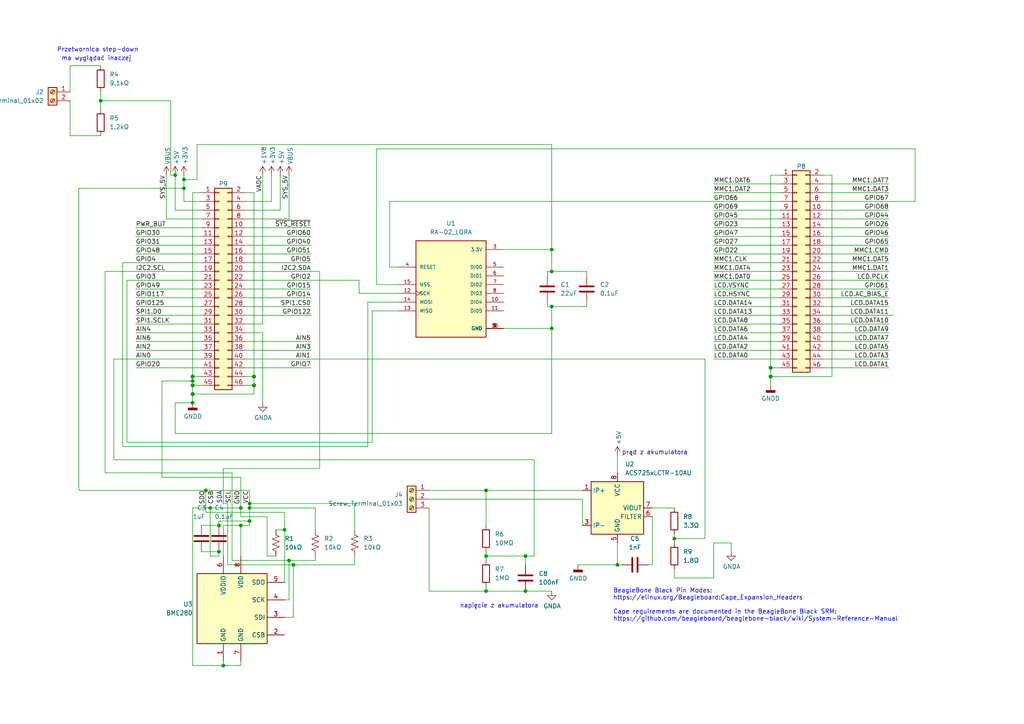
<source format=kicad_sch>
(kicad_sch (version 20230121) (generator eeschema)

  (uuid e63e39d7-6ac0-4ffd-8aa3-1841a4541b55)

  (paper "A4")

  (lib_symbols
    (symbol "Connector:Screw_Terminal_01x02" (pin_names (offset 1.016) hide) (in_bom yes) (on_board yes)
      (property "Reference" "J" (at 0 2.54 0)
        (effects (font (size 1.27 1.27)))
      )
      (property "Value" "Screw_Terminal_01x02" (at 0 -5.08 0)
        (effects (font (size 1.27 1.27)))
      )
      (property "Footprint" "" (at 0 0 0)
        (effects (font (size 1.27 1.27)) hide)
      )
      (property "Datasheet" "~" (at 0 0 0)
        (effects (font (size 1.27 1.27)) hide)
      )
      (property "ki_keywords" "screw terminal" (at 0 0 0)
        (effects (font (size 1.27 1.27)) hide)
      )
      (property "ki_description" "Generic screw terminal, single row, 01x02, script generated (kicad-library-utils/schlib/autogen/connector/)" (at 0 0 0)
        (effects (font (size 1.27 1.27)) hide)
      )
      (property "ki_fp_filters" "TerminalBlock*:*" (at 0 0 0)
        (effects (font (size 1.27 1.27)) hide)
      )
      (symbol "Screw_Terminal_01x02_1_1"
        (rectangle (start -1.27 1.27) (end 1.27 -3.81)
          (stroke (width 0.254) (type default))
          (fill (type background))
        )
        (circle (center 0 -2.54) (radius 0.635)
          (stroke (width 0.1524) (type default))
          (fill (type none))
        )
        (polyline
          (pts
            (xy -0.5334 -2.2098)
            (xy 0.3302 -3.048)
          )
          (stroke (width 0.1524) (type default))
          (fill (type none))
        )
        (polyline
          (pts
            (xy -0.5334 0.3302)
            (xy 0.3302 -0.508)
          )
          (stroke (width 0.1524) (type default))
          (fill (type none))
        )
        (polyline
          (pts
            (xy -0.3556 -2.032)
            (xy 0.508 -2.8702)
          )
          (stroke (width 0.1524) (type default))
          (fill (type none))
        )
        (polyline
          (pts
            (xy -0.3556 0.508)
            (xy 0.508 -0.3302)
          )
          (stroke (width 0.1524) (type default))
          (fill (type none))
        )
        (circle (center 0 0) (radius 0.635)
          (stroke (width 0.1524) (type default))
          (fill (type none))
        )
        (pin passive line (at -5.08 0 0) (length 3.81)
          (name "Pin_1" (effects (font (size 1.27 1.27))))
          (number "1" (effects (font (size 1.27 1.27))))
        )
        (pin passive line (at -5.08 -2.54 0) (length 3.81)
          (name "Pin_2" (effects (font (size 1.27 1.27))))
          (number "2" (effects (font (size 1.27 1.27))))
        )
      )
    )
    (symbol "Connector:Screw_Terminal_01x03" (pin_names (offset 1.016) hide) (in_bom yes) (on_board yes)
      (property "Reference" "J" (at 0 5.08 0)
        (effects (font (size 1.27 1.27)))
      )
      (property "Value" "Screw_Terminal_01x03" (at 0 -5.08 0)
        (effects (font (size 1.27 1.27)))
      )
      (property "Footprint" "" (at 0 0 0)
        (effects (font (size 1.27 1.27)) hide)
      )
      (property "Datasheet" "~" (at 0 0 0)
        (effects (font (size 1.27 1.27)) hide)
      )
      (property "ki_keywords" "screw terminal" (at 0 0 0)
        (effects (font (size 1.27 1.27)) hide)
      )
      (property "ki_description" "Generic screw terminal, single row, 01x03, script generated (kicad-library-utils/schlib/autogen/connector/)" (at 0 0 0)
        (effects (font (size 1.27 1.27)) hide)
      )
      (property "ki_fp_filters" "TerminalBlock*:*" (at 0 0 0)
        (effects (font (size 1.27 1.27)) hide)
      )
      (symbol "Screw_Terminal_01x03_1_1"
        (rectangle (start -1.27 3.81) (end 1.27 -3.81)
          (stroke (width 0.254) (type default))
          (fill (type background))
        )
        (circle (center 0 -2.54) (radius 0.635)
          (stroke (width 0.1524) (type default))
          (fill (type none))
        )
        (polyline
          (pts
            (xy -0.5334 -2.2098)
            (xy 0.3302 -3.048)
          )
          (stroke (width 0.1524) (type default))
          (fill (type none))
        )
        (polyline
          (pts
            (xy -0.5334 0.3302)
            (xy 0.3302 -0.508)
          )
          (stroke (width 0.1524) (type default))
          (fill (type none))
        )
        (polyline
          (pts
            (xy -0.5334 2.8702)
            (xy 0.3302 2.032)
          )
          (stroke (width 0.1524) (type default))
          (fill (type none))
        )
        (polyline
          (pts
            (xy -0.3556 -2.032)
            (xy 0.508 -2.8702)
          )
          (stroke (width 0.1524) (type default))
          (fill (type none))
        )
        (polyline
          (pts
            (xy -0.3556 0.508)
            (xy 0.508 -0.3302)
          )
          (stroke (width 0.1524) (type default))
          (fill (type none))
        )
        (polyline
          (pts
            (xy -0.3556 3.048)
            (xy 0.508 2.2098)
          )
          (stroke (width 0.1524) (type default))
          (fill (type none))
        )
        (circle (center 0 0) (radius 0.635)
          (stroke (width 0.1524) (type default))
          (fill (type none))
        )
        (circle (center 0 2.54) (radius 0.635)
          (stroke (width 0.1524) (type default))
          (fill (type none))
        )
        (pin passive line (at -5.08 2.54 0) (length 3.81)
          (name "Pin_1" (effects (font (size 1.27 1.27))))
          (number "1" (effects (font (size 1.27 1.27))))
        )
        (pin passive line (at -5.08 0 0) (length 3.81)
          (name "Pin_2" (effects (font (size 1.27 1.27))))
          (number "2" (effects (font (size 1.27 1.27))))
        )
        (pin passive line (at -5.08 -2.54 0) (length 3.81)
          (name "Pin_3" (effects (font (size 1.27 1.27))))
          (number "3" (effects (font (size 1.27 1.27))))
        )
      )
    )
    (symbol "Connector_Generic:Conn_02x23_Odd_Even" (pin_names (offset 1.016) hide) (in_bom yes) (on_board yes)
      (property "Reference" "J" (at 1.27 30.48 0)
        (effects (font (size 1.27 1.27)))
      )
      (property "Value" "Conn_02x23_Odd_Even" (at 1.27 -30.48 0)
        (effects (font (size 1.27 1.27)))
      )
      (property "Footprint" "" (at 0 0 0)
        (effects (font (size 1.27 1.27)) hide)
      )
      (property "Datasheet" "~" (at 0 0 0)
        (effects (font (size 1.27 1.27)) hide)
      )
      (property "ki_keywords" "connector" (at 0 0 0)
        (effects (font (size 1.27 1.27)) hide)
      )
      (property "ki_description" "Generic connector, double row, 02x23, odd/even pin numbering scheme (row 1 odd numbers, row 2 even numbers), script generated (kicad-library-utils/schlib/autogen/connector/)" (at 0 0 0)
        (effects (font (size 1.27 1.27)) hide)
      )
      (property "ki_fp_filters" "Connector*:*_2x??_*" (at 0 0 0)
        (effects (font (size 1.27 1.27)) hide)
      )
      (symbol "Conn_02x23_Odd_Even_1_1"
        (rectangle (start -1.27 -27.813) (end 0 -28.067)
          (stroke (width 0.1524) (type default))
          (fill (type none))
        )
        (rectangle (start -1.27 -25.273) (end 0 -25.527)
          (stroke (width 0.1524) (type default))
          (fill (type none))
        )
        (rectangle (start -1.27 -22.733) (end 0 -22.987)
          (stroke (width 0.1524) (type default))
          (fill (type none))
        )
        (rectangle (start -1.27 -20.193) (end 0 -20.447)
          (stroke (width 0.1524) (type default))
          (fill (type none))
        )
        (rectangle (start -1.27 -17.653) (end 0 -17.907)
          (stroke (width 0.1524) (type default))
          (fill (type none))
        )
        (rectangle (start -1.27 -15.113) (end 0 -15.367)
          (stroke (width 0.1524) (type default))
          (fill (type none))
        )
        (rectangle (start -1.27 -12.573) (end 0 -12.827)
          (stroke (width 0.1524) (type default))
          (fill (type none))
        )
        (rectangle (start -1.27 -10.033) (end 0 -10.287)
          (stroke (width 0.1524) (type default))
          (fill (type none))
        )
        (rectangle (start -1.27 -7.493) (end 0 -7.747)
          (stroke (width 0.1524) (type default))
          (fill (type none))
        )
        (rectangle (start -1.27 -4.953) (end 0 -5.207)
          (stroke (width 0.1524) (type default))
          (fill (type none))
        )
        (rectangle (start -1.27 -2.413) (end 0 -2.667)
          (stroke (width 0.1524) (type default))
          (fill (type none))
        )
        (rectangle (start -1.27 0.127) (end 0 -0.127)
          (stroke (width 0.1524) (type default))
          (fill (type none))
        )
        (rectangle (start -1.27 2.667) (end 0 2.413)
          (stroke (width 0.1524) (type default))
          (fill (type none))
        )
        (rectangle (start -1.27 5.207) (end 0 4.953)
          (stroke (width 0.1524) (type default))
          (fill (type none))
        )
        (rectangle (start -1.27 7.747) (end 0 7.493)
          (stroke (width 0.1524) (type default))
          (fill (type none))
        )
        (rectangle (start -1.27 10.287) (end 0 10.033)
          (stroke (width 0.1524) (type default))
          (fill (type none))
        )
        (rectangle (start -1.27 12.827) (end 0 12.573)
          (stroke (width 0.1524) (type default))
          (fill (type none))
        )
        (rectangle (start -1.27 15.367) (end 0 15.113)
          (stroke (width 0.1524) (type default))
          (fill (type none))
        )
        (rectangle (start -1.27 17.907) (end 0 17.653)
          (stroke (width 0.1524) (type default))
          (fill (type none))
        )
        (rectangle (start -1.27 20.447) (end 0 20.193)
          (stroke (width 0.1524) (type default))
          (fill (type none))
        )
        (rectangle (start -1.27 22.987) (end 0 22.733)
          (stroke (width 0.1524) (type default))
          (fill (type none))
        )
        (rectangle (start -1.27 25.527) (end 0 25.273)
          (stroke (width 0.1524) (type default))
          (fill (type none))
        )
        (rectangle (start -1.27 28.067) (end 0 27.813)
          (stroke (width 0.1524) (type default))
          (fill (type none))
        )
        (rectangle (start -1.27 29.21) (end 3.81 -29.21)
          (stroke (width 0.254) (type default))
          (fill (type background))
        )
        (rectangle (start 3.81 -27.813) (end 2.54 -28.067)
          (stroke (width 0.1524) (type default))
          (fill (type none))
        )
        (rectangle (start 3.81 -25.273) (end 2.54 -25.527)
          (stroke (width 0.1524) (type default))
          (fill (type none))
        )
        (rectangle (start 3.81 -22.733) (end 2.54 -22.987)
          (stroke (width 0.1524) (type default))
          (fill (type none))
        )
        (rectangle (start 3.81 -20.193) (end 2.54 -20.447)
          (stroke (width 0.1524) (type default))
          (fill (type none))
        )
        (rectangle (start 3.81 -17.653) (end 2.54 -17.907)
          (stroke (width 0.1524) (type default))
          (fill (type none))
        )
        (rectangle (start 3.81 -15.113) (end 2.54 -15.367)
          (stroke (width 0.1524) (type default))
          (fill (type none))
        )
        (rectangle (start 3.81 -12.573) (end 2.54 -12.827)
          (stroke (width 0.1524) (type default))
          (fill (type none))
        )
        (rectangle (start 3.81 -10.033) (end 2.54 -10.287)
          (stroke (width 0.1524) (type default))
          (fill (type none))
        )
        (rectangle (start 3.81 -7.493) (end 2.54 -7.747)
          (stroke (width 0.1524) (type default))
          (fill (type none))
        )
        (rectangle (start 3.81 -4.953) (end 2.54 -5.207)
          (stroke (width 0.1524) (type default))
          (fill (type none))
        )
        (rectangle (start 3.81 -2.413) (end 2.54 -2.667)
          (stroke (width 0.1524) (type default))
          (fill (type none))
        )
        (rectangle (start 3.81 0.127) (end 2.54 -0.127)
          (stroke (width 0.1524) (type default))
          (fill (type none))
        )
        (rectangle (start 3.81 2.667) (end 2.54 2.413)
          (stroke (width 0.1524) (type default))
          (fill (type none))
        )
        (rectangle (start 3.81 5.207) (end 2.54 4.953)
          (stroke (width 0.1524) (type default))
          (fill (type none))
        )
        (rectangle (start 3.81 7.747) (end 2.54 7.493)
          (stroke (width 0.1524) (type default))
          (fill (type none))
        )
        (rectangle (start 3.81 10.287) (end 2.54 10.033)
          (stroke (width 0.1524) (type default))
          (fill (type none))
        )
        (rectangle (start 3.81 12.827) (end 2.54 12.573)
          (stroke (width 0.1524) (type default))
          (fill (type none))
        )
        (rectangle (start 3.81 15.367) (end 2.54 15.113)
          (stroke (width 0.1524) (type default))
          (fill (type none))
        )
        (rectangle (start 3.81 17.907) (end 2.54 17.653)
          (stroke (width 0.1524) (type default))
          (fill (type none))
        )
        (rectangle (start 3.81 20.447) (end 2.54 20.193)
          (stroke (width 0.1524) (type default))
          (fill (type none))
        )
        (rectangle (start 3.81 22.987) (end 2.54 22.733)
          (stroke (width 0.1524) (type default))
          (fill (type none))
        )
        (rectangle (start 3.81 25.527) (end 2.54 25.273)
          (stroke (width 0.1524) (type default))
          (fill (type none))
        )
        (rectangle (start 3.81 28.067) (end 2.54 27.813)
          (stroke (width 0.1524) (type default))
          (fill (type none))
        )
        (pin passive line (at -5.08 27.94 0) (length 3.81)
          (name "Pin_1" (effects (font (size 1.27 1.27))))
          (number "1" (effects (font (size 1.27 1.27))))
        )
        (pin passive line (at 7.62 17.78 180) (length 3.81)
          (name "Pin_10" (effects (font (size 1.27 1.27))))
          (number "10" (effects (font (size 1.27 1.27))))
        )
        (pin passive line (at -5.08 15.24 0) (length 3.81)
          (name "Pin_11" (effects (font (size 1.27 1.27))))
          (number "11" (effects (font (size 1.27 1.27))))
        )
        (pin passive line (at 7.62 15.24 180) (length 3.81)
          (name "Pin_12" (effects (font (size 1.27 1.27))))
          (number "12" (effects (font (size 1.27 1.27))))
        )
        (pin passive line (at -5.08 12.7 0) (length 3.81)
          (name "Pin_13" (effects (font (size 1.27 1.27))))
          (number "13" (effects (font (size 1.27 1.27))))
        )
        (pin passive line (at 7.62 12.7 180) (length 3.81)
          (name "Pin_14" (effects (font (size 1.27 1.27))))
          (number "14" (effects (font (size 1.27 1.27))))
        )
        (pin passive line (at -5.08 10.16 0) (length 3.81)
          (name "Pin_15" (effects (font (size 1.27 1.27))))
          (number "15" (effects (font (size 1.27 1.27))))
        )
        (pin passive line (at 7.62 10.16 180) (length 3.81)
          (name "Pin_16" (effects (font (size 1.27 1.27))))
          (number "16" (effects (font (size 1.27 1.27))))
        )
        (pin passive line (at -5.08 7.62 0) (length 3.81)
          (name "Pin_17" (effects (font (size 1.27 1.27))))
          (number "17" (effects (font (size 1.27 1.27))))
        )
        (pin passive line (at 7.62 7.62 180) (length 3.81)
          (name "Pin_18" (effects (font (size 1.27 1.27))))
          (number "18" (effects (font (size 1.27 1.27))))
        )
        (pin passive line (at -5.08 5.08 0) (length 3.81)
          (name "Pin_19" (effects (font (size 1.27 1.27))))
          (number "19" (effects (font (size 1.27 1.27))))
        )
        (pin passive line (at 7.62 27.94 180) (length 3.81)
          (name "Pin_2" (effects (font (size 1.27 1.27))))
          (number "2" (effects (font (size 1.27 1.27))))
        )
        (pin passive line (at 7.62 5.08 180) (length 3.81)
          (name "Pin_20" (effects (font (size 1.27 1.27))))
          (number "20" (effects (font (size 1.27 1.27))))
        )
        (pin passive line (at -5.08 2.54 0) (length 3.81)
          (name "Pin_21" (effects (font (size 1.27 1.27))))
          (number "21" (effects (font (size 1.27 1.27))))
        )
        (pin passive line (at 7.62 2.54 180) (length 3.81)
          (name "Pin_22" (effects (font (size 1.27 1.27))))
          (number "22" (effects (font (size 1.27 1.27))))
        )
        (pin passive line (at -5.08 0 0) (length 3.81)
          (name "Pin_23" (effects (font (size 1.27 1.27))))
          (number "23" (effects (font (size 1.27 1.27))))
        )
        (pin passive line (at 7.62 0 180) (length 3.81)
          (name "Pin_24" (effects (font (size 1.27 1.27))))
          (number "24" (effects (font (size 1.27 1.27))))
        )
        (pin passive line (at -5.08 -2.54 0) (length 3.81)
          (name "Pin_25" (effects (font (size 1.27 1.27))))
          (number "25" (effects (font (size 1.27 1.27))))
        )
        (pin passive line (at 7.62 -2.54 180) (length 3.81)
          (name "Pin_26" (effects (font (size 1.27 1.27))))
          (number "26" (effects (font (size 1.27 1.27))))
        )
        (pin passive line (at -5.08 -5.08 0) (length 3.81)
          (name "Pin_27" (effects (font (size 1.27 1.27))))
          (number "27" (effects (font (size 1.27 1.27))))
        )
        (pin passive line (at 7.62 -5.08 180) (length 3.81)
          (name "Pin_28" (effects (font (size 1.27 1.27))))
          (number "28" (effects (font (size 1.27 1.27))))
        )
        (pin passive line (at -5.08 -7.62 0) (length 3.81)
          (name "Pin_29" (effects (font (size 1.27 1.27))))
          (number "29" (effects (font (size 1.27 1.27))))
        )
        (pin passive line (at -5.08 25.4 0) (length 3.81)
          (name "Pin_3" (effects (font (size 1.27 1.27))))
          (number "3" (effects (font (size 1.27 1.27))))
        )
        (pin passive line (at 7.62 -7.62 180) (length 3.81)
          (name "Pin_30" (effects (font (size 1.27 1.27))))
          (number "30" (effects (font (size 1.27 1.27))))
        )
        (pin passive line (at -5.08 -10.16 0) (length 3.81)
          (name "Pin_31" (effects (font (size 1.27 1.27))))
          (number "31" (effects (font (size 1.27 1.27))))
        )
        (pin passive line (at 7.62 -10.16 180) (length 3.81)
          (name "Pin_32" (effects (font (size 1.27 1.27))))
          (number "32" (effects (font (size 1.27 1.27))))
        )
        (pin passive line (at -5.08 -12.7 0) (length 3.81)
          (name "Pin_33" (effects (font (size 1.27 1.27))))
          (number "33" (effects (font (size 1.27 1.27))))
        )
        (pin passive line (at 7.62 -12.7 180) (length 3.81)
          (name "Pin_34" (effects (font (size 1.27 1.27))))
          (number "34" (effects (font (size 1.27 1.27))))
        )
        (pin passive line (at -5.08 -15.24 0) (length 3.81)
          (name "Pin_35" (effects (font (size 1.27 1.27))))
          (number "35" (effects (font (size 1.27 1.27))))
        )
        (pin passive line (at 7.62 -15.24 180) (length 3.81)
          (name "Pin_36" (effects (font (size 1.27 1.27))))
          (number "36" (effects (font (size 1.27 1.27))))
        )
        (pin passive line (at -5.08 -17.78 0) (length 3.81)
          (name "Pin_37" (effects (font (size 1.27 1.27))))
          (number "37" (effects (font (size 1.27 1.27))))
        )
        (pin passive line (at 7.62 -17.78 180) (length 3.81)
          (name "Pin_38" (effects (font (size 1.27 1.27))))
          (number "38" (effects (font (size 1.27 1.27))))
        )
        (pin passive line (at -5.08 -20.32 0) (length 3.81)
          (name "Pin_39" (effects (font (size 1.27 1.27))))
          (number "39" (effects (font (size 1.27 1.27))))
        )
        (pin passive line (at 7.62 25.4 180) (length 3.81)
          (name "Pin_4" (effects (font (size 1.27 1.27))))
          (number "4" (effects (font (size 1.27 1.27))))
        )
        (pin passive line (at 7.62 -20.32 180) (length 3.81)
          (name "Pin_40" (effects (font (size 1.27 1.27))))
          (number "40" (effects (font (size 1.27 1.27))))
        )
        (pin passive line (at -5.08 -22.86 0) (length 3.81)
          (name "Pin_41" (effects (font (size 1.27 1.27))))
          (number "41" (effects (font (size 1.27 1.27))))
        )
        (pin passive line (at 7.62 -22.86 180) (length 3.81)
          (name "Pin_42" (effects (font (size 1.27 1.27))))
          (number "42" (effects (font (size 1.27 1.27))))
        )
        (pin passive line (at -5.08 -25.4 0) (length 3.81)
          (name "Pin_43" (effects (font (size 1.27 1.27))))
          (number "43" (effects (font (size 1.27 1.27))))
        )
        (pin passive line (at 7.62 -25.4 180) (length 3.81)
          (name "Pin_44" (effects (font (size 1.27 1.27))))
          (number "44" (effects (font (size 1.27 1.27))))
        )
        (pin passive line (at -5.08 -27.94 0) (length 3.81)
          (name "Pin_45" (effects (font (size 1.27 1.27))))
          (number "45" (effects (font (size 1.27 1.27))))
        )
        (pin passive line (at 7.62 -27.94 180) (length 3.81)
          (name "Pin_46" (effects (font (size 1.27 1.27))))
          (number "46" (effects (font (size 1.27 1.27))))
        )
        (pin passive line (at -5.08 22.86 0) (length 3.81)
          (name "Pin_5" (effects (font (size 1.27 1.27))))
          (number "5" (effects (font (size 1.27 1.27))))
        )
        (pin passive line (at 7.62 22.86 180) (length 3.81)
          (name "Pin_6" (effects (font (size 1.27 1.27))))
          (number "6" (effects (font (size 1.27 1.27))))
        )
        (pin passive line (at -5.08 20.32 0) (length 3.81)
          (name "Pin_7" (effects (font (size 1.27 1.27))))
          (number "7" (effects (font (size 1.27 1.27))))
        )
        (pin passive line (at 7.62 20.32 180) (length 3.81)
          (name "Pin_8" (effects (font (size 1.27 1.27))))
          (number "8" (effects (font (size 1.27 1.27))))
        )
        (pin passive line (at -5.08 17.78 0) (length 3.81)
          (name "Pin_9" (effects (font (size 1.27 1.27))))
          (number "9" (effects (font (size 1.27 1.27))))
        )
      )
    )
    (symbol "Device:C" (pin_numbers hide) (pin_names (offset 0.254)) (in_bom yes) (on_board yes)
      (property "Reference" "C" (at 0.635 2.54 0)
        (effects (font (size 1.27 1.27)) (justify left))
      )
      (property "Value" "C" (at 0.635 -2.54 0)
        (effects (font (size 1.27 1.27)) (justify left))
      )
      (property "Footprint" "" (at 0.9652 -3.81 0)
        (effects (font (size 1.27 1.27)) hide)
      )
      (property "Datasheet" "~" (at 0 0 0)
        (effects (font (size 1.27 1.27)) hide)
      )
      (property "ki_keywords" "cap capacitor" (at 0 0 0)
        (effects (font (size 1.27 1.27)) hide)
      )
      (property "ki_description" "Unpolarized capacitor" (at 0 0 0)
        (effects (font (size 1.27 1.27)) hide)
      )
      (property "ki_fp_filters" "C_*" (at 0 0 0)
        (effects (font (size 1.27 1.27)) hide)
      )
      (symbol "C_0_1"
        (polyline
          (pts
            (xy -2.032 -0.762)
            (xy 2.032 -0.762)
          )
          (stroke (width 0.508) (type default))
          (fill (type none))
        )
        (polyline
          (pts
            (xy -2.032 0.762)
            (xy 2.032 0.762)
          )
          (stroke (width 0.508) (type default))
          (fill (type none))
        )
      )
      (symbol "C_1_1"
        (pin passive line (at 0 3.81 270) (length 2.794)
          (name "~" (effects (font (size 1.27 1.27))))
          (number "1" (effects (font (size 1.27 1.27))))
        )
        (pin passive line (at 0 -3.81 90) (length 2.794)
          (name "~" (effects (font (size 1.27 1.27))))
          (number "2" (effects (font (size 1.27 1.27))))
        )
      )
    )
    (symbol "Device:R" (pin_numbers hide) (pin_names (offset 0)) (in_bom yes) (on_board yes)
      (property "Reference" "R" (at 2.032 0 90)
        (effects (font (size 1.27 1.27)))
      )
      (property "Value" "R" (at 0 0 90)
        (effects (font (size 1.27 1.27)))
      )
      (property "Footprint" "" (at -1.778 0 90)
        (effects (font (size 1.27 1.27)) hide)
      )
      (property "Datasheet" "~" (at 0 0 0)
        (effects (font (size 1.27 1.27)) hide)
      )
      (property "ki_keywords" "R res resistor" (at 0 0 0)
        (effects (font (size 1.27 1.27)) hide)
      )
      (property "ki_description" "Resistor" (at 0 0 0)
        (effects (font (size 1.27 1.27)) hide)
      )
      (property "ki_fp_filters" "R_*" (at 0 0 0)
        (effects (font (size 1.27 1.27)) hide)
      )
      (symbol "R_0_1"
        (rectangle (start -1.016 -2.54) (end 1.016 2.54)
          (stroke (width 0.254) (type default))
          (fill (type none))
        )
      )
      (symbol "R_1_1"
        (pin passive line (at 0 3.81 270) (length 1.27)
          (name "~" (effects (font (size 1.27 1.27))))
          (number "1" (effects (font (size 1.27 1.27))))
        )
        (pin passive line (at 0 -3.81 90) (length 1.27)
          (name "~" (effects (font (size 1.27 1.27))))
          (number "2" (effects (font (size 1.27 1.27))))
        )
      )
    )
    (symbol "Device:R_US" (pin_numbers hide) (pin_names (offset 0)) (in_bom yes) (on_board yes)
      (property "Reference" "R" (at 2.54 0 90)
        (effects (font (size 1.27 1.27)))
      )
      (property "Value" "R_US" (at -2.54 0 90)
        (effects (font (size 1.27 1.27)))
      )
      (property "Footprint" "" (at 1.016 -0.254 90)
        (effects (font (size 1.27 1.27)) hide)
      )
      (property "Datasheet" "~" (at 0 0 0)
        (effects (font (size 1.27 1.27)) hide)
      )
      (property "ki_keywords" "R res resistor" (at 0 0 0)
        (effects (font (size 1.27 1.27)) hide)
      )
      (property "ki_description" "Resistor, US symbol" (at 0 0 0)
        (effects (font (size 1.27 1.27)) hide)
      )
      (property "ki_fp_filters" "R_*" (at 0 0 0)
        (effects (font (size 1.27 1.27)) hide)
      )
      (symbol "R_US_0_1"
        (polyline
          (pts
            (xy 0 -2.286)
            (xy 0 -2.54)
          )
          (stroke (width 0) (type default))
          (fill (type none))
        )
        (polyline
          (pts
            (xy 0 2.286)
            (xy 0 2.54)
          )
          (stroke (width 0) (type default))
          (fill (type none))
        )
        (polyline
          (pts
            (xy 0 -0.762)
            (xy 1.016 -1.143)
            (xy 0 -1.524)
            (xy -1.016 -1.905)
            (xy 0 -2.286)
          )
          (stroke (width 0) (type default))
          (fill (type none))
        )
        (polyline
          (pts
            (xy 0 0.762)
            (xy 1.016 0.381)
            (xy 0 0)
            (xy -1.016 -0.381)
            (xy 0 -0.762)
          )
          (stroke (width 0) (type default))
          (fill (type none))
        )
        (polyline
          (pts
            (xy 0 2.286)
            (xy 1.016 1.905)
            (xy 0 1.524)
            (xy -1.016 1.143)
            (xy 0 0.762)
          )
          (stroke (width 0) (type default))
          (fill (type none))
        )
      )
      (symbol "R_US_1_1"
        (pin passive line (at 0 3.81 270) (length 1.27)
          (name "~" (effects (font (size 1.27 1.27))))
          (number "1" (effects (font (size 1.27 1.27))))
        )
        (pin passive line (at 0 -3.81 90) (length 1.27)
          (name "~" (effects (font (size 1.27 1.27))))
          (number "2" (effects (font (size 1.27 1.27))))
        )
      )
    )
    (symbol "RA-02_LORA:RA-02_LORA" (pin_names (offset 1.016)) (in_bom yes) (on_board yes)
      (property "Reference" "U" (at -10.16 16.51 0)
        (effects (font (size 1.27 1.27)) (justify left bottom))
      )
      (property "Value" "RA-02_LORA" (at -10.16 -13.97 0)
        (effects (font (size 1.27 1.27)) (justify left top))
      )
      (property "Footprint" "RA-02_LORA:MODULE_RA-02_LORA" (at 0 0 0)
        (effects (font (size 1.27 1.27)) (justify bottom) hide)
      )
      (property "Datasheet" "" (at 0 0 0)
        (effects (font (size 1.27 1.27)) hide)
      )
      (property "MF" "AI-Thinker" (at 0 0 0)
        (effects (font (size 1.27 1.27)) (justify bottom) hide)
      )
      (property "MAXIMUM_PACKAGE_HEIGHT" "3.3mm" (at 0 0 0)
        (effects (font (size 1.27 1.27)) (justify bottom) hide)
      )
      (property "Package" "None" (at 0 0 0)
        (effects (font (size 1.27 1.27)) (justify bottom) hide)
      )
      (property "Price" "None" (at 0 0 0)
        (effects (font (size 1.27 1.27)) (justify bottom) hide)
      )
      (property "Check_prices" "https://www.snapeda.com/parts/Ra-02%20LoRa/AI-Thinker/view-part/?ref=eda" (at 0 0 0)
        (effects (font (size 1.27 1.27)) (justify bottom) hide)
      )
      (property "STANDARD" "Manufacturer Recommendations" (at 0 0 0)
        (effects (font (size 1.27 1.27)) (justify bottom) hide)
      )
      (property "PARTREV" "2018/03/02" (at 0 0 0)
        (effects (font (size 1.27 1.27)) (justify bottom) hide)
      )
      (property "SnapEDA_Link" "https://www.snapeda.com/parts/Ra-02%20LoRa/AI-Thinker/view-part/?ref=snap" (at 0 0 0)
        (effects (font (size 1.27 1.27)) (justify bottom) hide)
      )
      (property "MP" "Ra-02 LoRa" (at 0 0 0)
        (effects (font (size 1.27 1.27)) (justify bottom) hide)
      )
      (property "Description" "\nRa-02 LoRa RF M5Stack Platform Evaluation Expansion Board\n" (at 0 0 0)
        (effects (font (size 1.27 1.27)) (justify bottom) hide)
      )
      (property "Availability" "Not in stock" (at 0 0 0)
        (effects (font (size 1.27 1.27)) (justify bottom) hide)
      )
      (property "MANUFACTURER" "Ai-Thinker" (at 0 0 0)
        (effects (font (size 1.27 1.27)) (justify bottom) hide)
      )
      (symbol "RA-02_LORA_0_0"
        (rectangle (start -10.16 -12.7) (end 10.16 15.24)
          (stroke (width 0.254) (type default))
          (fill (type background))
        )
        (pin power_in line (at 15.24 -10.16 180) (length 5.08)
          (name "GND" (effects (font (size 1.016 1.016))))
          (number "1" (effects (font (size 1.016 1.016))))
        )
        (pin bidirectional line (at 15.24 -2.54 180) (length 5.08)
          (name "DI04" (effects (font (size 1.016 1.016))))
          (number "10" (effects (font (size 1.016 1.016))))
        )
        (pin bidirectional line (at 15.24 -5.08 180) (length 5.08)
          (name "DI05" (effects (font (size 1.016 1.016))))
          (number "11" (effects (font (size 1.016 1.016))))
        )
        (pin input clock (at -15.24 0 0) (length 5.08)
          (name "SCK" (effects (font (size 1.016 1.016))))
          (number "12" (effects (font (size 1.016 1.016))))
        )
        (pin output line (at -15.24 -5.08 0) (length 5.08)
          (name "MISO" (effects (font (size 1.016 1.016))))
          (number "13" (effects (font (size 1.016 1.016))))
        )
        (pin input line (at -15.24 -2.54 0) (length 5.08)
          (name "MOSI" (effects (font (size 1.016 1.016))))
          (number "14" (effects (font (size 1.016 1.016))))
        )
        (pin input line (at -15.24 2.54 0) (length 5.08)
          (name "NSS" (effects (font (size 1.016 1.016))))
          (number "15" (effects (font (size 1.016 1.016))))
        )
        (pin power_in line (at 15.24 -10.16 180) (length 5.08)
          (name "GND" (effects (font (size 1.016 1.016))))
          (number "16" (effects (font (size 1.016 1.016))))
        )
        (pin power_in line (at 15.24 -10.16 180) (length 5.08)
          (name "GND" (effects (font (size 1.016 1.016))))
          (number "2" (effects (font (size 1.016 1.016))))
        )
        (pin power_in line (at 15.24 12.7 180) (length 5.08)
          (name "3.3V" (effects (font (size 1.016 1.016))))
          (number "3" (effects (font (size 1.016 1.016))))
        )
        (pin input line (at -15.24 7.62 0) (length 5.08)
          (name "RESET" (effects (font (size 1.016 1.016))))
          (number "4" (effects (font (size 1.016 1.016))))
        )
        (pin bidirectional line (at 15.24 7.62 180) (length 5.08)
          (name "DI00" (effects (font (size 1.016 1.016))))
          (number "5" (effects (font (size 1.016 1.016))))
        )
        (pin bidirectional line (at 15.24 5.08 180) (length 5.08)
          (name "DI01" (effects (font (size 1.016 1.016))))
          (number "6" (effects (font (size 1.016 1.016))))
        )
        (pin bidirectional line (at 15.24 2.54 180) (length 5.08)
          (name "DI02" (effects (font (size 1.016 1.016))))
          (number "7" (effects (font (size 1.016 1.016))))
        )
        (pin bidirectional line (at 15.24 0 180) (length 5.08)
          (name "DI03" (effects (font (size 1.016 1.016))))
          (number "8" (effects (font (size 1.016 1.016))))
        )
        (pin power_in line (at 15.24 -10.16 180) (length 5.08)
          (name "GND" (effects (font (size 1.016 1.016))))
          (number "9" (effects (font (size 1.016 1.016))))
        )
      )
    )
    (symbol "Sensor:BME280" (in_bom yes) (on_board yes)
      (property "Reference" "U" (at -8.89 11.43 0)
        (effects (font (size 1.27 1.27)))
      )
      (property "Value" "BME280" (at 7.62 11.43 0)
        (effects (font (size 1.27 1.27)))
      )
      (property "Footprint" "Package_LGA:Bosch_LGA-8_2.5x2.5mm_P0.65mm_ClockwisePinNumbering" (at 38.1 -11.43 0)
        (effects (font (size 1.27 1.27)) hide)
      )
      (property "Datasheet" "https://www.bosch-sensortec.com/media/boschsensortec/downloads/datasheets/bst-bme280-ds002.pdf" (at 0 -5.08 0)
        (effects (font (size 1.27 1.27)) hide)
      )
      (property "ki_keywords" "Bosch pressure humidity temperature environment environmental measurement digital" (at 0 0 0)
        (effects (font (size 1.27 1.27)) hide)
      )
      (property "ki_description" "3-in-1 sensor, humidity, pressure, temperature, I2C and SPI interface, 1.71-3.6V, LGA-8" (at 0 0 0)
        (effects (font (size 1.27 1.27)) hide)
      )
      (property "ki_fp_filters" "*LGA*2.5x2.5mm*P0.65mm*Clockwise*" (at 0 0 0)
        (effects (font (size 1.27 1.27)) hide)
      )
      (symbol "BME280_0_1"
        (rectangle (start -10.16 10.16) (end 10.16 -10.16)
          (stroke (width 0.254) (type default))
          (fill (type background))
        )
      )
      (symbol "BME280_1_1"
        (pin power_in line (at -2.54 -15.24 90) (length 5.08)
          (name "GND" (effects (font (size 1.27 1.27))))
          (number "1" (effects (font (size 1.27 1.27))))
        )
        (pin input line (at 15.24 -7.62 180) (length 5.08)
          (name "CSB" (effects (font (size 1.27 1.27))))
          (number "2" (effects (font (size 1.27 1.27))))
        )
        (pin bidirectional line (at 15.24 -2.54 180) (length 5.08)
          (name "SDI" (effects (font (size 1.27 1.27))))
          (number "3" (effects (font (size 1.27 1.27))))
        )
        (pin input line (at 15.24 2.54 180) (length 5.08)
          (name "SCK" (effects (font (size 1.27 1.27))))
          (number "4" (effects (font (size 1.27 1.27))))
        )
        (pin bidirectional line (at 15.24 7.62 180) (length 5.08)
          (name "SDO" (effects (font (size 1.27 1.27))))
          (number "5" (effects (font (size 1.27 1.27))))
        )
        (pin power_in line (at -2.54 15.24 270) (length 5.08)
          (name "VDDIO" (effects (font (size 1.27 1.27))))
          (number "6" (effects (font (size 1.27 1.27))))
        )
        (pin power_in line (at 2.54 -15.24 90) (length 5.08)
          (name "GND" (effects (font (size 1.27 1.27))))
          (number "7" (effects (font (size 1.27 1.27))))
        )
        (pin power_in line (at 2.54 15.24 270) (length 5.08)
          (name "VDD" (effects (font (size 1.27 1.27))))
          (number "8" (effects (font (size 1.27 1.27))))
        )
      )
    )
    (symbol "Sensor_Current:ACS725xLCTR-10AU" (in_bom yes) (on_board yes)
      (property "Reference" "U" (at 2.54 11.43 0)
        (effects (font (size 1.27 1.27)) (justify left))
      )
      (property "Value" "ACS725xLCTR-10AU" (at 2.54 8.89 0)
        (effects (font (size 1.27 1.27)) (justify left))
      )
      (property "Footprint" "Package_SO:SOIC-8_3.9x4.9mm_P1.27mm" (at 2.54 -8.89 0)
        (effects (font (size 1.27 1.27) italic) (justify left) hide)
      )
      (property "Datasheet" "http://www.allegromicro.com/~/media/Files/Datasheets/ACS725-Datasheet.ashx?la=en" (at 0 0 0)
        (effects (font (size 1.27 1.27)) hide)
      )
      (property "ki_keywords" "hall effect current monitor sensor isolated" (at 0 0 0)
        (effects (font (size 1.27 1.27)) hide)
      )
      (property "ki_description" "10A Unidirectional Hall-Effect Current Sensor, +3.3V supply, 264mV/A, SOIC-8" (at 0 0 0)
        (effects (font (size 1.27 1.27)) hide)
      )
      (property "ki_fp_filters" "SOIC*3.9x4.9m*P1.27mm*" (at 0 0 0)
        (effects (font (size 1.27 1.27)) hide)
      )
      (symbol "ACS725xLCTR-10AU_0_1"
        (rectangle (start -7.62 7.62) (end 7.62 -7.62)
          (stroke (width 0.254) (type default))
          (fill (type background))
        )
      )
      (symbol "ACS725xLCTR-10AU_1_1"
        (pin passive line (at -10.16 5.08 0) (length 2.54)
          (name "IP+" (effects (font (size 1.27 1.27))))
          (number "1" (effects (font (size 1.27 1.27))))
        )
        (pin passive line (at -10.16 5.08 0) (length 2.54) hide
          (name "IP+" (effects (font (size 1.27 1.27))))
          (number "2" (effects (font (size 1.27 1.27))))
        )
        (pin passive line (at -10.16 -5.08 0) (length 2.54)
          (name "IP-" (effects (font (size 1.27 1.27))))
          (number "3" (effects (font (size 1.27 1.27))))
        )
        (pin passive line (at -10.16 -5.08 0) (length 2.54) hide
          (name "IP-" (effects (font (size 1.27 1.27))))
          (number "4" (effects (font (size 1.27 1.27))))
        )
        (pin power_in line (at 0 -10.16 90) (length 2.54)
          (name "GND" (effects (font (size 1.27 1.27))))
          (number "5" (effects (font (size 1.27 1.27))))
        )
        (pin passive line (at 10.16 -2.54 180) (length 2.54)
          (name "FILTER" (effects (font (size 1.27 1.27))))
          (number "6" (effects (font (size 1.27 1.27))))
        )
        (pin output line (at 10.16 0 180) (length 2.54)
          (name "VIOUT" (effects (font (size 1.27 1.27))))
          (number "7" (effects (font (size 1.27 1.27))))
        )
        (pin power_in line (at 0 10.16 270) (length 2.54)
          (name "VCC" (effects (font (size 1.27 1.27))))
          (number "8" (effects (font (size 1.27 1.27))))
        )
      )
    )
    (symbol "power:+1V8" (power) (pin_names (offset 0)) (in_bom yes) (on_board yes)
      (property "Reference" "#PWR" (at 0 -3.81 0)
        (effects (font (size 1.27 1.27)) hide)
      )
      (property "Value" "+1V8" (at 0 3.556 0)
        (effects (font (size 1.27 1.27)))
      )
      (property "Footprint" "" (at 0 0 0)
        (effects (font (size 1.27 1.27)) hide)
      )
      (property "Datasheet" "" (at 0 0 0)
        (effects (font (size 1.27 1.27)) hide)
      )
      (property "ki_keywords" "power-flag" (at 0 0 0)
        (effects (font (size 1.27 1.27)) hide)
      )
      (property "ki_description" "Power symbol creates a global label with name \"+1V8\"" (at 0 0 0)
        (effects (font (size 1.27 1.27)) hide)
      )
      (symbol "+1V8_0_1"
        (polyline
          (pts
            (xy -0.762 1.27)
            (xy 0 2.54)
          )
          (stroke (width 0) (type default))
          (fill (type none))
        )
        (polyline
          (pts
            (xy 0 0)
            (xy 0 2.54)
          )
          (stroke (width 0) (type default))
          (fill (type none))
        )
        (polyline
          (pts
            (xy 0 2.54)
            (xy 0.762 1.27)
          )
          (stroke (width 0) (type default))
          (fill (type none))
        )
      )
      (symbol "+1V8_1_1"
        (pin power_in line (at 0 0 90) (length 0) hide
          (name "+1V8" (effects (font (size 1.27 1.27))))
          (number "1" (effects (font (size 1.27 1.27))))
        )
      )
    )
    (symbol "power:+3.3V" (power) (pin_names (offset 0)) (in_bom yes) (on_board yes)
      (property "Reference" "#PWR" (at 0 -3.81 0)
        (effects (font (size 1.27 1.27)) hide)
      )
      (property "Value" "+3.3V" (at 0 3.556 0)
        (effects (font (size 1.27 1.27)))
      )
      (property "Footprint" "" (at 0 0 0)
        (effects (font (size 1.27 1.27)) hide)
      )
      (property "Datasheet" "" (at 0 0 0)
        (effects (font (size 1.27 1.27)) hide)
      )
      (property "ki_keywords" "power-flag" (at 0 0 0)
        (effects (font (size 1.27 1.27)) hide)
      )
      (property "ki_description" "Power symbol creates a global label with name \"+3.3V\"" (at 0 0 0)
        (effects (font (size 1.27 1.27)) hide)
      )
      (symbol "+3.3V_0_1"
        (polyline
          (pts
            (xy -0.762 1.27)
            (xy 0 2.54)
          )
          (stroke (width 0) (type default))
          (fill (type none))
        )
        (polyline
          (pts
            (xy 0 0)
            (xy 0 2.54)
          )
          (stroke (width 0) (type default))
          (fill (type none))
        )
        (polyline
          (pts
            (xy 0 2.54)
            (xy 0.762 1.27)
          )
          (stroke (width 0) (type default))
          (fill (type none))
        )
      )
      (symbol "+3.3V_1_1"
        (pin power_in line (at 0 0 90) (length 0) hide
          (name "+3V3" (effects (font (size 1.27 1.27))))
          (number "1" (effects (font (size 1.27 1.27))))
        )
      )
    )
    (symbol "power:+5V" (power) (pin_names (offset 0)) (in_bom yes) (on_board yes)
      (property "Reference" "#PWR" (at 0 -3.81 0)
        (effects (font (size 1.27 1.27)) hide)
      )
      (property "Value" "+5V" (at 0 3.556 0)
        (effects (font (size 1.27 1.27)))
      )
      (property "Footprint" "" (at 0 0 0)
        (effects (font (size 1.27 1.27)) hide)
      )
      (property "Datasheet" "" (at 0 0 0)
        (effects (font (size 1.27 1.27)) hide)
      )
      (property "ki_keywords" "power-flag" (at 0 0 0)
        (effects (font (size 1.27 1.27)) hide)
      )
      (property "ki_description" "Power symbol creates a global label with name \"+5V\"" (at 0 0 0)
        (effects (font (size 1.27 1.27)) hide)
      )
      (symbol "+5V_0_1"
        (polyline
          (pts
            (xy -0.762 1.27)
            (xy 0 2.54)
          )
          (stroke (width 0) (type default))
          (fill (type none))
        )
        (polyline
          (pts
            (xy 0 0)
            (xy 0 2.54)
          )
          (stroke (width 0) (type default))
          (fill (type none))
        )
        (polyline
          (pts
            (xy 0 2.54)
            (xy 0.762 1.27)
          )
          (stroke (width 0) (type default))
          (fill (type none))
        )
      )
      (symbol "+5V_1_1"
        (pin power_in line (at 0 0 90) (length 0) hide
          (name "+5V" (effects (font (size 1.27 1.27))))
          (number "1" (effects (font (size 1.27 1.27))))
        )
      )
    )
    (symbol "power:GNDA" (power) (pin_names (offset 0)) (in_bom yes) (on_board yes)
      (property "Reference" "#PWR" (at 0 -6.35 0)
        (effects (font (size 1.27 1.27)) hide)
      )
      (property "Value" "GNDA" (at 0 -3.81 0)
        (effects (font (size 1.27 1.27)))
      )
      (property "Footprint" "" (at 0 0 0)
        (effects (font (size 1.27 1.27)) hide)
      )
      (property "Datasheet" "" (at 0 0 0)
        (effects (font (size 1.27 1.27)) hide)
      )
      (property "ki_keywords" "power-flag" (at 0 0 0)
        (effects (font (size 1.27 1.27)) hide)
      )
      (property "ki_description" "Power symbol creates a global label with name \"GNDA\" , analog ground" (at 0 0 0)
        (effects (font (size 1.27 1.27)) hide)
      )
      (symbol "GNDA_0_1"
        (polyline
          (pts
            (xy 0 0)
            (xy 0 -1.27)
            (xy 1.27 -1.27)
            (xy 0 -2.54)
            (xy -1.27 -1.27)
            (xy 0 -1.27)
          )
          (stroke (width 0) (type default))
          (fill (type none))
        )
      )
      (symbol "GNDA_1_1"
        (pin power_in line (at 0 0 270) (length 0) hide
          (name "GNDA" (effects (font (size 1.27 1.27))))
          (number "1" (effects (font (size 1.27 1.27))))
        )
      )
    )
    (symbol "power:GNDD" (power) (pin_names (offset 0)) (in_bom yes) (on_board yes)
      (property "Reference" "#PWR" (at 0 -6.35 0)
        (effects (font (size 1.27 1.27)) hide)
      )
      (property "Value" "GNDD" (at 0 -3.175 0)
        (effects (font (size 1.27 1.27)))
      )
      (property "Footprint" "" (at 0 0 0)
        (effects (font (size 1.27 1.27)) hide)
      )
      (property "Datasheet" "" (at 0 0 0)
        (effects (font (size 1.27 1.27)) hide)
      )
      (property "ki_keywords" "power-flag" (at 0 0 0)
        (effects (font (size 1.27 1.27)) hide)
      )
      (property "ki_description" "Power symbol creates a global label with name \"GNDD\" , digital ground" (at 0 0 0)
        (effects (font (size 1.27 1.27)) hide)
      )
      (symbol "GNDD_0_1"
        (rectangle (start -1.27 -1.524) (end 1.27 -2.032)
          (stroke (width 0.254) (type default))
          (fill (type outline))
        )
        (polyline
          (pts
            (xy 0 0)
            (xy 0 -1.524)
          )
          (stroke (width 0) (type default))
          (fill (type none))
        )
      )
      (symbol "GNDD_1_1"
        (pin power_in line (at 0 0 270) (length 0) hide
          (name "GNDD" (effects (font (size 1.27 1.27))))
          (number "1" (effects (font (size 1.27 1.27))))
        )
      )
    )
    (symbol "power:VBUS" (power) (pin_names (offset 0)) (in_bom yes) (on_board yes)
      (property "Reference" "#PWR" (at 0 -3.81 0)
        (effects (font (size 1.27 1.27)) hide)
      )
      (property "Value" "VBUS" (at 0 3.81 0)
        (effects (font (size 1.27 1.27)))
      )
      (property "Footprint" "" (at 0 0 0)
        (effects (font (size 1.27 1.27)) hide)
      )
      (property "Datasheet" "" (at 0 0 0)
        (effects (font (size 1.27 1.27)) hide)
      )
      (property "ki_keywords" "power-flag" (at 0 0 0)
        (effects (font (size 1.27 1.27)) hide)
      )
      (property "ki_description" "Power symbol creates a global label with name \"VBUS\"" (at 0 0 0)
        (effects (font (size 1.27 1.27)) hide)
      )
      (symbol "VBUS_0_1"
        (polyline
          (pts
            (xy -0.762 1.27)
            (xy 0 2.54)
          )
          (stroke (width 0) (type default))
          (fill (type none))
        )
        (polyline
          (pts
            (xy 0 0)
            (xy 0 2.54)
          )
          (stroke (width 0) (type default))
          (fill (type none))
        )
        (polyline
          (pts
            (xy 0 2.54)
            (xy 0.762 1.27)
          )
          (stroke (width 0) (type default))
          (fill (type none))
        )
      )
      (symbol "VBUS_1_1"
        (pin power_in line (at 0 0 90) (length 0) hide
          (name "VBUS" (effects (font (size 1.27 1.27))))
          (number "1" (effects (font (size 1.27 1.27))))
        )
      )
    )
  )

  (junction (at 29.21 29.21) (diameter 0) (color 0 0 0 0)
    (uuid 0038ab61-07b0-4a63-b7aa-f3d9c178f8c3)
  )
  (junction (at 160.02 72.39) (diameter 0) (color 0 0 0 0)
    (uuid 0b6b548f-c45c-416a-ab77-e4626aba7692)
  )
  (junction (at 152.4 161.29) (diameter 0) (color 0 0 0 0)
    (uuid 118c953d-f5b8-4c1f-8bed-3cb3c19ca813)
  )
  (junction (at 179.07 163.83) (diameter 0) (color 0 0 0 0)
    (uuid 1dd18669-5c96-4d44-9f0b-1a12481d5568)
  )
  (junction (at 160.02 88.9) (diameter 0) (color 0 0 0 0)
    (uuid 24f3b9c1-5a5a-4b4e-9920-2910e8f0a4f6)
  )
  (junction (at 55.88 111.76) (diameter 1.016) (color 0 0 0 0)
    (uuid 2f215f15-3d52-4c91-93e6-3ea03a95622f)
  )
  (junction (at 55.88 116.84) (diameter 0) (color 0 0 0 0)
    (uuid 4295fc55-9252-4288-adf4-2ccfbacbd352)
  )
  (junction (at 223.52 109.22) (diameter 1.016) (color 0 0 0 0)
    (uuid 45008225-f50f-4d6b-b508-6730a9408caf)
  )
  (junction (at 82.55 153.67) (diameter 0) (color 0 0 0 0)
    (uuid 4b884680-fc14-4b2d-b77a-efa43322945b)
  )
  (junction (at 59.69 142.24) (diameter 0) (color 0 0 0 0)
    (uuid 54eef625-0e6b-4fac-af54-81b74805965c)
  )
  (junction (at 152.4 171.45) (diameter 0) (color 0 0 0 0)
    (uuid 610b0400-7e3a-431f-8d74-650fc7616fe4)
  )
  (junction (at 160.02 95.25) (diameter 0) (color 0 0 0 0)
    (uuid 61d7bf83-9899-4f99-a9ce-68651c0fe9be)
  )
  (junction (at 55.88 109.22) (diameter 1.016) (color 0 0 0 0)
    (uuid 61fe293f-6808-4b7f-9340-9aaac7054a97)
  )
  (junction (at 85.09 163.83) (diameter 0) (color 0 0 0 0)
    (uuid 6368a096-542c-45e3-b546-fa600275388e)
  )
  (junction (at 50.8 50.8) (diameter 0) (color 0 0 0 0)
    (uuid 69e2858e-2176-47fa-978e-447fc6c060ca)
  )
  (junction (at 73.66 111.76) (diameter 1.016) (color 0 0 0 0)
    (uuid 6bfe5804-2ef9-4c65-b2a7-f01e4014370a)
  )
  (junction (at 140.97 171.45) (diameter 0) (color 0 0 0 0)
    (uuid 7bfc367c-37aa-4133-af3f-04104eb82ee7)
  )
  (junction (at 72.39 151.13) (diameter 0) (color 0 0 0 0)
    (uuid 7d9922b5-0dcf-4505-9d60-5fba84110e58)
  )
  (junction (at 195.58 156.21) (diameter 0) (color 0 0 0 0)
    (uuid 7f20eb21-5848-47ff-b706-5b80fd1e02da)
  )
  (junction (at 60.96 147.32) (diameter 0) (color 0 0 0 0)
    (uuid 8599178f-baf2-4227-83f2-217f0f6880e7)
  )
  (junction (at 53.34 54.61) (diameter 0) (color 0 0 0 0)
    (uuid 883baeb7-c540-4848-8821-8864e9554b79)
  )
  (junction (at 223.52 106.68) (diameter 1.016) (color 0 0 0 0)
    (uuid 8c6a821f-8e19-48f3-8f44-9b340f7689bc)
  )
  (junction (at 55.88 114.3) (diameter 1.016) (color 0 0 0 0)
    (uuid 8da933a9-35f8-42e6-8504-d1bab7264306)
  )
  (junction (at 64.77 193.04) (diameter 0) (color 0 0 0 0)
    (uuid 90e7b58d-7089-464c-a106-d5bc0773bfd4)
  )
  (junction (at 72.39 146.05) (diameter 0) (color 0 0 0 0)
    (uuid 921b47f1-faaa-4dd3-af47-24d663abd823)
  )
  (junction (at 72.39 147.32) (diameter 0) (color 0 0 0 0)
    (uuid 9dea7492-5748-4c12-b697-10ae25c04cbf)
  )
  (junction (at 140.97 142.24) (diameter 0) (color 0 0 0 0)
    (uuid 9e485a57-0993-439a-9e60-1859ee7ffc92)
  )
  (junction (at 53.34 52.07) (diameter 0) (color 0 0 0 0)
    (uuid a0fc9d85-7819-4709-a138-c4a16aac984e)
  )
  (junction (at 83.82 162.56) (diameter 0) (color 0 0 0 0)
    (uuid a75f6aab-9cb4-46f5-8da6-05225b0c9000)
  )
  (junction (at 63.5 160.02) (diameter 0) (color 0 0 0 0)
    (uuid aee35621-76ee-4ac7-b06e-c64ae91da933)
  )
  (junction (at 63.5 152.4) (diameter 0) (color 0 0 0 0)
    (uuid afb5129d-409b-44b9-911e-022c63728d64)
  )
  (junction (at 160.02 78.74) (diameter 0) (color 0 0 0 0)
    (uuid b4713ae0-3435-4102-9bed-4453fae75519)
  )
  (junction (at 140.97 161.29) (diameter 0) (color 0 0 0 0)
    (uuid bb6cedb1-eb8e-402c-9aaa-22fa65cccab1)
  )
  (junction (at 73.66 109.22) (diameter 1.016) (color 0 0 0 0)
    (uuid c0eca5ed-bc5e-4618-9bcd-80945bea41ed)
  )
  (junction (at 69.85 152.4) (diameter 0) (color 0 0 0 0)
    (uuid d3d5f4f5-7d71-4a91-a093-3e6dc0167f2b)
  )
  (junction (at 55.88 110.49) (diameter 0) (color 0 0 0 0)
    (uuid e748cf28-aac0-407c-ae89-5be781b70d63)
  )
  (junction (at 69.85 147.32) (diameter 0) (color 0 0 0 0)
    (uuid f14a0ccb-f7c5-496c-a35f-b3c742954221)
  )

  (wire (pts (xy 39.37 91.44) (xy 58.42 91.44))
    (stroke (width 0) (type solid))
    (uuid 0076b710-0dbc-4833-919a-2a55ac71f2fb)
  )
  (wire (pts (xy 72.39 151.13) (xy 72.39 152.4))
    (stroke (width 0) (type solid))
    (uuid 03c743ea-f9a9-4090-81b0-378527701ea6)
  )
  (wire (pts (xy 91.44 147.32) (xy 91.44 153.67))
    (stroke (width 0) (type solid))
    (uuid 06674523-eba2-4a71-abe0-35b07b027ad4)
  )
  (wire (pts (xy 140.97 170.18) (xy 140.97 171.45))
    (stroke (width 0) (type default))
    (uuid 069becc8-eda9-42eb-a580-921124856be9)
  )
  (wire (pts (xy 238.76 81.28) (xy 257.81 81.28))
    (stroke (width 0) (type solid))
    (uuid 0764365f-6dd9-47c9-a73a-b208a53bfd57)
  )
  (wire (pts (xy 195.58 165.1) (xy 195.58 167.64))
    (stroke (width 0) (type default))
    (uuid 07a60db0-ab13-4b71-b2a2-a40aa4cd9b7a)
  )
  (wire (pts (xy 71.12 91.44) (xy 90.17 91.44))
    (stroke (width 0) (type solid))
    (uuid 08254701-3119-407c-a4ca-b4c999cba6aa)
  )
  (wire (pts (xy 59.69 148.59) (xy 82.55 148.59))
    (stroke (width 0) (type solid))
    (uuid 08aad5b5-ae37-44a2-9841-b3fb084433fa)
  )
  (wire (pts (xy 58.42 60.96) (xy 50.8 60.96))
    (stroke (width 0) (type solid))
    (uuid 09c6d31c-6921-4ada-9a7a-6ce320949c12)
  )
  (wire (pts (xy 30.48 137.16) (xy 67.31 137.16))
    (stroke (width 0) (type solid))
    (uuid 0baecba4-ac6c-43d4-9bc7-0880a812118c)
  )
  (wire (pts (xy 238.76 76.2) (xy 257.81 76.2))
    (stroke (width 0) (type solid))
    (uuid 0bb7388e-7393-44ac-8bf7-26879bf41501)
  )
  (wire (pts (xy 238.76 86.36) (xy 257.81 86.36))
    (stroke (width 0) (type solid))
    (uuid 0dbfcdd4-9992-41c3-b186-d0f090355e42)
  )
  (wire (pts (xy 33.02 133.35) (xy 154.94 133.35))
    (stroke (width 0) (type solid))
    (uuid 0e1524fc-3126-4671-a3bd-e211811bceda)
  )
  (wire (pts (xy 69.85 147.32) (xy 60.96 147.32))
    (stroke (width 0) (type solid))
    (uuid 0e632a5e-7b56-4a21-9754-d5aec20a7189)
  )
  (wire (pts (xy 58.42 63.5) (xy 48.26 63.5))
    (stroke (width 0) (type solid))
    (uuid 0f3b00e1-fc99-4687-a350-7272a0c19f46)
  )
  (wire (pts (xy 104.14 85.09) (xy 115.57 85.09))
    (stroke (width 0) (type solid))
    (uuid 1083c761-af86-41d6-a6fb-0cbaee3277bd)
  )
  (wire (pts (xy 29.21 29.21) (xy 29.21 31.75))
    (stroke (width 0) (type default))
    (uuid 10ec5faf-56a7-4044-8015-265e0da362f1)
  )
  (wire (pts (xy 55.88 109.22) (xy 58.42 109.22))
    (stroke (width 0) (type solid))
    (uuid 10fa2751-b171-4188-9368-e39561aa0c2e)
  )
  (wire (pts (xy 55.88 111.76) (xy 55.88 110.49))
    (stroke (width 0) (type solid))
    (uuid 10fa2751-b171-4188-9368-e39561aa0c2f)
  )
  (wire (pts (xy 71.12 106.68) (xy 90.17 106.68))
    (stroke (width 0) (type solid))
    (uuid 11a32558-1bce-4b42-ab8f-e34db6ad68a1)
  )
  (wire (pts (xy 238.76 93.98) (xy 257.81 93.98))
    (stroke (width 0) (type solid))
    (uuid 132ca310-3495-494f-ae23-6781e1b40163)
  )
  (wire (pts (xy 158.75 78.74) (xy 160.02 78.74))
    (stroke (width 0) (type default))
    (uuid 163e8325-b1e3-4145-b320-3d201a6991ab)
  )
  (wire (pts (xy 69.85 149.86) (xy 69.85 147.32))
    (stroke (width 0) (type default))
    (uuid 164825a9-1f70-42dc-b1ab-6f8c7f0a48a4)
  )
  (wire (pts (xy 158.75 87.63) (xy 158.75 88.9))
    (stroke (width 0) (type default))
    (uuid 17aa628a-3df6-4175-bd2f-6c64402e6ccf)
  )
  (wire (pts (xy 71.12 101.6) (xy 90.17 101.6))
    (stroke (width 0) (type solid))
    (uuid 18aa5497-fa2f-4fba-8f04-d8ce688169de)
  )
  (wire (pts (xy 160.02 88.9) (xy 170.18 88.9))
    (stroke (width 0) (type default))
    (uuid 1929f443-d421-4c7f-b69b-27d29bc91c14)
  )
  (wire (pts (xy 85.09 163.83) (xy 102.87 163.83))
    (stroke (width 0) (type default))
    (uuid 19518e75-780a-48da-b4a8-c8b44bbd1387)
  )
  (wire (pts (xy 207.01 68.58) (xy 226.06 68.58))
    (stroke (width 0) (type solid))
    (uuid 1a422e25-3705-42bf-958e-bdabf6e14fef)
  )
  (wire (pts (xy 238.76 96.52) (xy 257.81 96.52))
    (stroke (width 0) (type solid))
    (uuid 1aa9b743-f985-4825-9f8e-230ec3d0b6ea)
  )
  (wire (pts (xy 71.12 86.36) (xy 90.17 86.36))
    (stroke (width 0) (type solid))
    (uuid 1b6ca585-d51f-4795-b686-83570e87729e)
  )
  (wire (pts (xy 179.07 163.83) (xy 180.34 163.83))
    (stroke (width 0) (type default))
    (uuid 1bf89c87-3601-41f5-8471-bb13d6aa37ce)
  )
  (wire (pts (xy 39.37 93.98) (xy 58.42 93.98))
    (stroke (width 0) (type solid))
    (uuid 1bfbae65-f842-455c-876b-1d2701408533)
  )
  (wire (pts (xy 140.97 171.45) (xy 152.4 171.45))
    (stroke (width 0) (type default))
    (uuid 1ebc4e62-6630-4b48-a041-156fd7c149be)
  )
  (wire (pts (xy 160.02 41.91) (xy 57.15 41.91))
    (stroke (width 0) (type default))
    (uuid 1f6ce468-017a-4f27-9768-385d9d2a8cd9)
  )
  (wire (pts (xy 35.56 76.2) (xy 35.56 129.54))
    (stroke (width 0) (type solid))
    (uuid 20252762-03fe-4a6c-9531-9b8eef37a7e0)
  )
  (wire (pts (xy 53.34 54.61) (xy 53.34 52.07))
    (stroke (width 0) (type solid))
    (uuid 206b40d5-6f1d-472e-a8e5-3e23adb93b4b)
  )
  (wire (pts (xy 158.75 88.9) (xy 160.02 88.9))
    (stroke (width 0) (type default))
    (uuid 2130cb2b-2941-4aac-9925-2147deb4e3d9)
  )
  (wire (pts (xy 207.01 88.9) (xy 226.06 88.9))
    (stroke (width 0) (type solid))
    (uuid 229aca72-f5bb-4cb9-977f-48b1a1598328)
  )
  (wire (pts (xy 207.01 60.96) (xy 226.06 60.96))
    (stroke (width 0) (type solid))
    (uuid 22e2d0fd-ec43-4ee9-b34d-cc75311a06eb)
  )
  (wire (pts (xy 189.23 149.86) (xy 189.23 163.83))
    (stroke (width 0) (type default))
    (uuid 23a89418-837c-4295-8a61-e744d3a769be)
  )
  (wire (pts (xy 71.12 96.52) (xy 76.2 96.52))
    (stroke (width 0) (type solid))
    (uuid 2461b8c6-6a18-4c08-989b-6d3edcbef310)
  )
  (wire (pts (xy 55.88 114.3) (xy 73.66 114.3))
    (stroke (width 0) (type solid))
    (uuid 24db55d8-c498-4b1e-a639-a3396a1a2ef3)
  )
  (wire (pts (xy 160.02 125.73) (xy 50.8 125.73))
    (stroke (width 0) (type default))
    (uuid 25f89235-9f4e-45bf-92e8-301413200eec)
  )
  (wire (pts (xy 35.56 76.2) (xy 58.42 76.2))
    (stroke (width 0) (type solid))
    (uuid 26f71b77-515b-4572-bcda-7116126c367b)
  )
  (wire (pts (xy 64.77 191.77) (xy 64.77 193.04))
    (stroke (width 0) (type default))
    (uuid 28214819-62b1-44b7-a5c4-b7f34c20b666)
  )
  (wire (pts (xy 39.37 73.66) (xy 58.42 73.66))
    (stroke (width 0) (type solid))
    (uuid 28da167d-07b5-4e51-b6b3-3b3eb9abd425)
  )
  (wire (pts (xy 71.12 81.28) (xy 104.14 81.28))
    (stroke (width 0) (type solid))
    (uuid 291d244c-17e3-441c-b436-ce864c1a6392)
  )
  (wire (pts (xy 158.75 80.01) (xy 158.75 78.74))
    (stroke (width 0) (type default))
    (uuid 29ba3a3d-5a77-4efe-81d6-a391365becba)
  )
  (wire (pts (xy 238.76 71.12) (xy 257.81 71.12))
    (stroke (width 0) (type solid))
    (uuid 2ab45e31-90b9-4498-baa7-ff60520eafd6)
  )
  (wire (pts (xy 140.97 160.02) (xy 140.97 161.29))
    (stroke (width 0) (type default))
    (uuid 2c3976dc-6e03-47fc-b4ed-5c4808dbee23)
  )
  (wire (pts (xy 187.96 163.83) (xy 189.23 163.83))
    (stroke (width 0) (type default))
    (uuid 2ea46c52-e2bc-4022-a8b8-34a133b92606)
  )
  (wire (pts (xy 58.42 58.42) (xy 53.34 58.42))
    (stroke (width 0) (type solid))
    (uuid 2f9568ae-a4f8-4204-ba50-aed9cfb7fcd7)
  )
  (wire (pts (xy 53.34 54.61) (xy 22.86 54.61))
    (stroke (width 0) (type solid))
    (uuid 300d7600-b7b7-4b6b-b083-0abd44a40ae7)
  )
  (wire (pts (xy 140.97 142.24) (xy 140.97 152.4))
    (stroke (width 0) (type default))
    (uuid 3095b74c-d082-4233-9491-28224f68d10c)
  )
  (wire (pts (xy 39.37 71.12) (xy 58.42 71.12))
    (stroke (width 0) (type solid))
    (uuid 30f99261-01f5-4cf9-b2c4-2ce1d6aeb7cf)
  )
  (wire (pts (xy 39.37 83.82) (xy 58.42 83.82))
    (stroke (width 0) (type solid))
    (uuid 310073d5-13f9-40e7-b81e-a9192514870a)
  )
  (wire (pts (xy 140.97 161.29) (xy 140.97 162.56))
    (stroke (width 0) (type default))
    (uuid 351f1863-3125-41e4-bad1-4eaf4bf8666c)
  )
  (wire (pts (xy 223.52 109.22) (xy 241.3 109.22))
    (stroke (width 0) (type solid))
    (uuid 37349bc2-d5a5-4cb6-9b0c-22d05f755171)
  )
  (wire (pts (xy 241.3 50.8) (xy 241.3 109.22))
    (stroke (width 0) (type solid))
    (uuid 37349bc2-d5a5-4cb6-9b0c-22d05f755172)
  )
  (wire (pts (xy 71.12 63.5) (xy 83.82 63.5))
    (stroke (width 0) (type solid))
    (uuid 3a00696e-a771-4de6-9f3c-69b1e35ce1e1)
  )
  (wire (pts (xy 72.39 146.05) (xy 72.39 147.32))
    (stroke (width 0) (type solid))
    (uuid 3a561f76-0449-4106-8f07-f102b8ce7461)
  )
  (wire (pts (xy 168.91 144.78) (xy 168.91 152.4))
    (stroke (width 0) (type default))
    (uuid 3a7fc53e-ed82-412f-b1fb-8a92b47f46b0)
  )
  (wire (pts (xy 66.04 146.05) (xy 64.77 146.05))
    (stroke (width 0) (type default))
    (uuid 3ae89351-f53b-497e-bcc9-43b033d0359b)
  )
  (wire (pts (xy 223.52 50.8) (xy 223.52 106.68))
    (stroke (width 0) (type solid))
    (uuid 3b7bbf95-a18d-42fa-b691-853936b09d16)
  )
  (wire (pts (xy 212.09 157.48) (xy 212.09 160.02))
    (stroke (width 0) (type default))
    (uuid 3bcdf09a-01be-4722-82df-6e72087997db)
  )
  (wire (pts (xy 160.02 78.74) (xy 170.18 78.74))
    (stroke (width 0) (type default))
    (uuid 3c95e120-9f00-4ecb-b6d6-31348b7a1678)
  )
  (wire (pts (xy 238.76 91.44) (xy 259.08 91.44))
    (stroke (width 0) (type default))
    (uuid 42b6703d-6cd0-4be2-8e06-bd7c15121a95)
  )
  (wire (pts (xy 33.02 104.14) (xy 58.42 104.14))
    (stroke (width 0) (type solid))
    (uuid 4399c17d-7e2e-4a37-aca1-bf44884b368e)
  )
  (wire (pts (xy 207.01 66.04) (xy 226.06 66.04))
    (stroke (width 0) (type solid))
    (uuid 43dce230-da61-4bd6-80a8-cda774ad5215)
  )
  (wire (pts (xy 223.52 50.8) (xy 226.06 50.8))
    (stroke (width 0) (type solid))
    (uuid 44bd2ec1-121a-4e1f-bdda-7bf8c67c277e)
  )
  (wire (pts (xy 82.55 148.59) (xy 82.55 153.67))
    (stroke (width 0) (type solid))
    (uuid 4514bd54-42ef-4ff6-aa21-8428906e7f59)
  )
  (wire (pts (xy 20.32 19.05) (xy 29.21 19.05))
    (stroke (width 0) (type default))
    (uuid 4554d50f-e26d-4043-ae28-53f039cd3192)
  )
  (wire (pts (xy 140.97 161.29) (xy 152.4 161.29))
    (stroke (width 0) (type solid))
    (uuid 459dc41d-20c5-4b31-9ce1-c7f2d27efec4)
  )
  (wire (pts (xy 36.83 81.28) (xy 58.42 81.28))
    (stroke (width 0) (type solid))
    (uuid 45edf2c1-e66f-4237-8a5d-6ac4a5933b25)
  )
  (wire (pts (xy 22.86 142.24) (xy 59.69 142.24))
    (stroke (width 0) (type solid))
    (uuid 4a2bb6c6-e67f-4312-84a5-be98ef33968e)
  )
  (wire (pts (xy 265.43 58.42) (xy 265.43 43.18))
    (stroke (width 0) (type solid))
    (uuid 4a895cf7-3820-4b04-a88a-72bd66fe7a5b)
  )
  (wire (pts (xy 53.34 52.07) (xy 57.15 52.07))
    (stroke (width 0) (type default))
    (uuid 4d958b4a-64a8-4fef-9410-de412a2971ef)
  )
  (wire (pts (xy 238.76 83.82) (xy 257.81 83.82))
    (stroke (width 0) (type solid))
    (uuid 4e3f175e-1e6e-405f-af08-cd6d218052a9)
  )
  (wire (pts (xy 64.77 135.89) (xy 64.77 146.05))
    (stroke (width 0) (type default))
    (uuid 4f3602f1-017b-4956-a066-a19df5e89b4c)
  )
  (wire (pts (xy 146.05 72.39) (xy 160.02 72.39))
    (stroke (width 0) (type default))
    (uuid 4f53c455-0896-471f-825c-9c991e2889e1)
  )
  (wire (pts (xy 71.12 58.42) (xy 78.74 58.42))
    (stroke (width 0) (type solid))
    (uuid 4f7813f7-c452-4716-b805-895dcde7cf00)
  )
  (wire (pts (xy 57.15 41.91) (xy 57.15 52.07))
    (stroke (width 0) (type default))
    (uuid 4f9ad434-3a51-4ebe-aab5-8f63c1792231)
  )
  (wire (pts (xy 81.28 60.96) (xy 81.28 50.8))
    (stroke (width 0) (type solid))
    (uuid 4fd126b4-50fe-44e9-84f8-81503a3efdef)
  )
  (wire (pts (xy 124.46 142.24) (xy 140.97 142.24))
    (stroke (width 0) (type default))
    (uuid 5187309c-1505-4388-a43a-845c5475e712)
  )
  (wire (pts (xy 195.58 154.94) (xy 195.58 156.21))
    (stroke (width 0) (type default))
    (uuid 51a54b3e-e4cf-4107-a9b3-69f4f5069823)
  )
  (wire (pts (xy 78.74 58.42) (xy 78.74 50.8))
    (stroke (width 0) (type solid))
    (uuid 51c46bd1-3fc0-460e-a2e5-c7b782850a7e)
  )
  (wire (pts (xy 204.47 104.14) (xy 204.47 156.21))
    (stroke (width 0) (type solid))
    (uuid 52202dbb-baee-475b-abb7-5fd236d94c68)
  )
  (wire (pts (xy 223.52 106.68) (xy 223.52 109.22))
    (stroke (width 0) (type solid))
    (uuid 54bcd2a7-0ab6-457c-b7e7-7de95511e7d9)
  )
  (wire (pts (xy 223.52 109.22) (xy 223.52 111.76))
    (stroke (width 0) (type solid))
    (uuid 54bcd2a7-0ab6-457c-b7e7-7de95511e7da)
  )
  (wire (pts (xy 226.06 106.68) (xy 223.52 106.68))
    (stroke (width 0) (type solid))
    (uuid 54bcd2a7-0ab6-457c-b7e7-7de95511e7db)
  )
  (wire (pts (xy 53.34 58.42) (xy 53.34 54.61))
    (stroke (width 0) (type solid))
    (uuid 54e07f06-6271-4f5c-8fcd-3eba54f68780)
  )
  (wire (pts (xy 207.01 53.34) (xy 226.06 53.34))
    (stroke (width 0) (type solid))
    (uuid 574318bf-d619-48cd-9a40-2e3d566a7efb)
  )
  (wire (pts (xy 72.39 142.24) (xy 72.39 146.05))
    (stroke (width 0) (type solid))
    (uuid 57d1df89-64d6-45c5-bb2c-6a69d3ab0413)
  )
  (wire (pts (xy 64.77 161.29) (xy 64.77 152.4))
    (stroke (width 0) (type default))
    (uuid 5bf672a1-8c49-4aac-a125-251d99f677e4)
  )
  (wire (pts (xy 77.47 149.86) (xy 69.85 149.86))
    (stroke (width 0) (type default))
    (uuid 5da1c886-303f-44dd-8a06-319e5e30029c)
  )
  (wire (pts (xy 71.12 78.74) (xy 92.71 78.74))
    (stroke (width 0) (type solid))
    (uuid 5dd21dfa-5f9c-4807-aea2-0acd03922e6d)
  )
  (wire (pts (xy 63.5 151.13) (xy 72.39 151.13))
    (stroke (width 0) (type default))
    (uuid 5e368a61-61cb-4e50-87c4-456e8de53e65)
  )
  (wire (pts (xy 207.01 101.6) (xy 226.06 101.6))
    (stroke (width 0) (type solid))
    (uuid 621136d3-f27c-40c6-b828-44c2985c82ef)
  )
  (wire (pts (xy 22.86 54.61) (xy 22.86 142.24))
    (stroke (width 0) (type solid))
    (uuid 628baaee-f000-4b9a-ae4b-cb8d0c6580a0)
  )
  (wire (pts (xy 55.88 114.3) (xy 55.88 116.84))
    (stroke (width 0) (type solid))
    (uuid 62e4cedd-cb64-4f90-9604-13ec864675f9)
  )
  (wire (pts (xy 63.5 152.4) (xy 63.5 151.13))
    (stroke (width 0) (type default))
    (uuid 63031503-247a-4252-aa35-1986e60cc268)
  )
  (wire (pts (xy 20.32 39.37) (xy 29.21 39.37))
    (stroke (width 0) (type default))
    (uuid 641a2f06-b0c0-4d71-997b-f90654543587)
  )
  (wire (pts (xy 207.01 71.12) (xy 226.06 71.12))
    (stroke (width 0) (type solid))
    (uuid 650d9f96-ae88-46b3-9869-f65a837de473)
  )
  (wire (pts (xy 124.46 147.32) (xy 124.46 171.45))
    (stroke (width 0) (type default))
    (uuid 659f571f-0e4c-4717-ab34-d8552e55d1b4)
  )
  (wire (pts (xy 39.37 99.06) (xy 58.42 99.06))
    (stroke (width 0) (type solid))
    (uuid 66385eb4-5112-4b80-ad67-b16a35bb0f35)
  )
  (wire (pts (xy 146.05 95.25) (xy 160.02 95.25))
    (stroke (width 0) (type default))
    (uuid 67af5515-e058-4f17-bea6-0b1cba42026f)
  )
  (wire (pts (xy 50.8 125.73) (xy 50.8 116.84))
    (stroke (width 0) (type default))
    (uuid 684e8187-f85c-4564-8269-a9fb4602e4e5)
  )
  (wire (pts (xy 49.53 29.21) (xy 49.53 50.8))
    (stroke (width 0) (type default))
    (uuid 69d15b18-72f1-4ecc-9742-e60866dfe8b2)
  )
  (wire (pts (xy 82.55 179.07) (xy 85.09 179.07))
    (stroke (width 0) (type default))
    (uuid 6bb9160c-f5fa-4d42-8e29-23047f10defd)
  )
  (wire (pts (xy 55.88 110.49) (xy 55.88 109.22))
    (stroke (width 0) (type solid))
    (uuid 6bd0f97c-5363-4e49-bbab-14d937c1d36a)
  )
  (wire (pts (xy 55.88 193.04) (xy 64.77 193.04))
    (stroke (width 0) (type solid))
    (uuid 6c0528d6-c96a-4fd8-9398-cf36271460a6)
  )
  (wire (pts (xy 152.4 171.45) (xy 160.02 171.45))
    (stroke (width 0) (type default))
    (uuid 6e4fabf0-a354-41a1-b884-fa9deadd67b4)
  )
  (wire (pts (xy 50.8 116.84) (xy 55.88 116.84))
    (stroke (width 0) (type default))
    (uuid 701c5702-107e-49a5-b340-0db2920af2bb)
  )
  (wire (pts (xy 238.76 78.74) (xy 257.81 78.74))
    (stroke (width 0) (type solid))
    (uuid 71da3fe8-4779-4669-aa4f-df2e69be80a0)
  )
  (wire (pts (xy 59.69 142.24) (xy 72.39 142.24))
    (stroke (width 0) (type solid))
    (uuid 722798e8-e03e-498c-b178-6077e09e8716)
  )
  (wire (pts (xy 53.34 52.07) (xy 53.34 50.8))
    (stroke (width 0) (type solid))
    (uuid 73520a55-3b97-4a59-a887-28724ca1934f)
  )
  (wire (pts (xy 48.26 63.5) (xy 48.26 50.8))
    (stroke (width 0) (type solid))
    (uuid 7454e0db-6591-477c-89f8-43bfc67d5505)
  )
  (wire (pts (xy 39.37 88.9) (xy 58.42 88.9))
    (stroke (width 0) (type solid))
    (uuid 753fbf3d-c1e0-4443-8168-1ccd0b0db7f0)
  )
  (wire (pts (xy 238.76 60.96) (xy 257.81 60.96))
    (stroke (width 0) (type solid))
    (uuid 7554a904-b88b-453c-81d8-341138bf9371)
  )
  (wire (pts (xy 160.02 72.39) (xy 160.02 41.91))
    (stroke (width 0) (type default))
    (uuid 79559cf4-5c12-4053-8a20-614775908249)
  )
  (wire (pts (xy 71.12 109.22) (xy 73.66 109.22))
    (stroke (width 0) (type solid))
    (uuid 7a42d7ff-786e-4e28-a62c-34710c8a0159)
  )
  (wire (pts (xy 73.66 109.22) (xy 73.66 111.76))
    (stroke (width 0) (type solid))
    (uuid 7a42d7ff-786e-4e28-a62c-34710c8a015a)
  )
  (wire (pts (xy 73.66 111.76) (xy 73.66 114.3))
    (stroke (width 0) (type solid))
    (uuid 7a42d7ff-786e-4e28-a62c-34710c8a015b)
  )
  (wire (pts (xy 107.95 90.17) (xy 115.57 90.17))
    (stroke (width 0) (type solid))
    (uuid 7accc732-d636-4336-bad6-733ead101354)
  )
  (wire (pts (xy 238.76 55.88) (xy 257.81 55.88))
    (stroke (width 0) (type solid))
    (uuid 7b8b2e54-25cd-4ab4-853a-31fd547570f5)
  )
  (wire (pts (xy 102.87 146.05) (xy 102.87 153.67))
    (stroke (width 0) (type solid))
    (uuid 7c2f1905-d063-45e0-a649-d78aab248fc4)
  )
  (wire (pts (xy 35.56 129.54) (xy 106.68 129.54))
    (stroke (width 0) (type solid))
    (uuid 7ca7abb2-fbc4-4782-bf09-2db04a1e4044)
  )
  (wire (pts (xy 63.5 161.29) (xy 60.96 161.29))
    (stroke (width 0) (type default))
    (uuid 7e3246f9-3c4d-425d-8a2e-b860c7b007b3)
  )
  (wire (pts (xy 71.12 88.9) (xy 90.17 88.9))
    (stroke (width 0) (type solid))
    (uuid 7f0e0430-cc62-4f0b-9659-9484a24a750d)
  )
  (wire (pts (xy 71.12 71.12) (xy 90.17 71.12))
    (stroke (width 0) (type solid))
    (uuid 810d2cdb-327a-4bb7-a2d1-1ecaadb00c65)
  )
  (wire (pts (xy 76.2 96.52) (xy 76.2 116.84))
    (stroke (width 0) (type solid))
    (uuid 81ec33dd-7633-4223-9cd7-658bd9f43bf2)
  )
  (wire (pts (xy 109.22 43.18) (xy 109.22 82.55))
    (stroke (width 0) (type solid))
    (uuid 8204f543-9528-4278-9be2-8a7e48cbd71d)
  )
  (wire (pts (xy 167.64 163.83) (xy 179.07 163.83))
    (stroke (width 0) (type default))
    (uuid 82051986-3856-4251-aaae-dccf86b20992)
  )
  (wire (pts (xy 207.01 78.74) (xy 226.06 78.74))
    (stroke (width 0) (type solid))
    (uuid 82653d17-f98d-4005-ae0c-b3545b2e3dfa)
  )
  (wire (pts (xy 69.85 152.4) (xy 69.85 161.29))
    (stroke (width 0) (type default))
    (uuid 82ffa98a-5796-48b8-9e58-63811c7f424f)
  )
  (wire (pts (xy 66.04 163.83) (xy 66.04 146.05))
    (stroke (width 0) (type default))
    (uuid 84c2ffae-2fbe-4056-8c82-694f63855835)
  )
  (wire (pts (xy 71.12 55.88) (xy 73.66 55.88))
    (stroke (width 0) (type solid))
    (uuid 8675eaec-1cd4-4b6d-8804-970301899390)
  )
  (wire (pts (xy 102.87 163.83) (xy 102.87 161.29))
    (stroke (width 0) (type default))
    (uuid 87588936-f1ec-4e0b-a8d8-958f5a3cd337)
  )
  (wire (pts (xy 195.58 156.21) (xy 195.58 157.48))
    (stroke (width 0) (type default))
    (uuid 8886d2fa-fc5f-4f09-93a3-8258ec4c3901)
  )
  (wire (pts (xy 30.48 78.74) (xy 30.48 137.16))
    (stroke (width 0) (type solid))
    (uuid 890effc7-e290-4d24-a015-7e7a67b1d1ab)
  )
  (wire (pts (xy 207.01 157.48) (xy 212.09 157.48))
    (stroke (width 0) (type default))
    (uuid 8b0eb33d-0341-4713-a0da-73ef18682c79)
  )
  (wire (pts (xy 58.42 160.02) (xy 63.5 160.02))
    (stroke (width 0) (type default))
    (uuid 8b790349-104b-4af5-87bb-de7d84f8834b)
  )
  (wire (pts (xy 64.77 135.89) (xy 92.71 135.89))
    (stroke (width 0) (type default))
    (uuid 8cda97ae-7090-46bb-9353-5caccf468d3c)
  )
  (wire (pts (xy 113.03 58.42) (xy 113.03 77.47))
    (stroke (width 0) (type solid))
    (uuid 8e3ed334-117e-4d38-8d6b-802da97c3293)
  )
  (wire (pts (xy 71.12 76.2) (xy 90.17 76.2))
    (stroke (width 0) (type solid))
    (uuid 8f986d78-8f1b-4042-bd2f-af408856fbd8)
  )
  (wire (pts (xy 76.2 50.8) (xy 76.2 93.98))
    (stroke (width 0) (type solid))
    (uuid 8fd1b9f1-d6bb-4d90-95d5-380c7a70e94d)
  )
  (wire (pts (xy 207.01 104.14) (xy 226.06 104.14))
    (stroke (width 0) (type solid))
    (uuid 90a95708-9e00-4253-a597-3b27cd2e88f1)
  )
  (wire (pts (xy 160.02 88.9) (xy 160.02 95.25))
    (stroke (width 0) (type default))
    (uuid 90d0e77c-dedb-4dd2-a531-3952de1457a2)
  )
  (wire (pts (xy 50.8 50.8) (xy 50.8 60.96))
    (stroke (width 0) (type default))
    (uuid 92a20e63-6717-4d81-b028-966ff25d9e31)
  )
  (wire (pts (xy 238.76 50.8) (xy 241.3 50.8))
    (stroke (width 0) (type solid))
    (uuid 9331e820-ecb0-4ff6-9df7-44b5b5b18532)
  )
  (wire (pts (xy 238.76 104.14) (xy 257.81 104.14))
    (stroke (width 0) (type solid))
    (uuid 948fc6b8-c095-4f34-bdf7-0121cf2f4081)
  )
  (wire (pts (xy 73.66 55.88) (xy 73.66 109.22))
    (stroke (width 0) (type solid))
    (uuid 94df06d3-d815-41e4-9477-31032fbfa651)
  )
  (wire (pts (xy 71.12 83.82) (xy 90.17 83.82))
    (stroke (width 0) (type solid))
    (uuid 9503bdb7-77ff-4ea3-ac1f-416e311e9b79)
  )
  (wire (pts (xy 207.01 93.98) (xy 226.06 93.98))
    (stroke (width 0) (type solid))
    (uuid 95ad0fc7-2139-48a4-9f7d-320286640178)
  )
  (wire (pts (xy 170.18 78.74) (xy 170.18 80.01))
    (stroke (width 0) (type default))
    (uuid 95f569c7-db8e-46de-b88c-237475341f3d)
  )
  (wire (pts (xy 195.58 156.21) (xy 204.47 156.21))
    (stroke (width 0) (type default))
    (uuid 97b7aa92-160b-42f6-9900-d1f35822ba77)
  )
  (wire (pts (xy 124.46 144.78) (xy 168.91 144.78))
    (stroke (width 0) (type default))
    (uuid 97f899d7-0e60-414f-8f0c-8468c38380eb)
  )
  (wire (pts (xy 39.37 106.68) (xy 58.42 106.68))
    (stroke (width 0) (type solid))
    (uuid 988e4aba-0e45-4f44-9b5b-62b9c6864e08)
  )
  (wire (pts (xy 83.82 162.56) (xy 91.44 162.56))
    (stroke (width 0) (type default))
    (uuid 98f4d988-b692-4715-98f6-8810b84cef8c)
  )
  (wire (pts (xy 49.53 50.8) (xy 50.8 50.8))
    (stroke (width 0) (type default))
    (uuid 99db0e09-69db-4fa1-966e-d452fc9058cd)
  )
  (wire (pts (xy 69.85 193.04) (xy 69.85 191.77))
    (stroke (width 0) (type solid))
    (uuid 9b7b8606-d0a0-48ad-bb6a-e617f39a193b)
  )
  (wire (pts (xy 59.69 142.24) (xy 59.69 148.59))
    (stroke (width 0) (type solid))
    (uuid 9b7c9464-31d9-4754-b564-e44e31a7974e)
  )
  (wire (pts (xy 124.46 171.45) (xy 140.97 171.45))
    (stroke (width 0) (type default))
    (uuid 9c1c1ca6-58c2-42a7-979d-6327d6e3fea6)
  )
  (wire (pts (xy 63.5 160.02) (xy 63.5 161.29))
    (stroke (width 0) (type default))
    (uuid 9c5332c4-2627-42e5-a539-94b457977522)
  )
  (wire (pts (xy 113.03 58.42) (xy 226.06 58.42))
    (stroke (width 0) (type solid))
    (uuid 9fb1ec82-7110-4de4-b515-3ecc8837cb5f)
  )
  (wire (pts (xy 82.55 173.99) (xy 83.82 173.99))
    (stroke (width 0) (type default))
    (uuid 9fcf6c5e-5c0f-4622-a433-6d313abe96b1)
  )
  (wire (pts (xy 46.99 138.43) (xy 69.85 138.43))
    (stroke (width 0) (type solid))
    (uuid a1a6135f-7cdc-4c9d-b0a4-56b415ca0c2f)
  )
  (wire (pts (xy 80.01 153.67) (xy 82.55 153.67))
    (stroke (width 0) (type solid))
    (uuid a30f0125-03f5-42a3-ab31-49b50e179589)
  )
  (wire (pts (xy 207.01 81.28) (xy 226.06 81.28))
    (stroke (width 0) (type solid))
    (uuid a39f0298-7bbf-4ac4-a7c5-4e93183f5863)
  )
  (wire (pts (xy 207.01 73.66) (xy 226.06 73.66))
    (stroke (width 0) (type solid))
    (uuid a3c7cee2-6c48-4dc3-b08a-b2f0ffc6b98c)
  )
  (wire (pts (xy 20.32 29.21) (xy 20.32 39.37))
    (stroke (width 0) (type default))
    (uuid a64651d1-ae20-47b7-95b7-89f50f8613f7)
  )
  (wire (pts (xy 238.76 68.58) (xy 257.81 68.58))
    (stroke (width 0) (type solid))
    (uuid a9029c45-3db5-4588-a9e9-51e07019059d)
  )
  (wire (pts (xy 83.82 173.99) (xy 83.82 162.56))
    (stroke (width 0) (type default))
    (uuid aa0164ed-9389-49bd-822f-43ee027cca73)
  )
  (wire (pts (xy 36.83 128.27) (xy 107.95 128.27))
    (stroke (width 0) (type solid))
    (uuid aacedcc7-4969-4085-935f-9f5f899db1e8)
  )
  (wire (pts (xy 207.01 91.44) (xy 226.06 91.44))
    (stroke (width 0) (type solid))
    (uuid abf1007b-01ef-449b-a61b-15b16e117a2f)
  )
  (wire (pts (xy 80.01 161.29) (xy 77.47 161.29))
    (stroke (width 0) (type default))
    (uuid adcdfab6-5b75-4b4b-a4f2-6f097f63f1bd)
  )
  (wire (pts (xy 36.83 81.28) (xy 36.83 128.27))
    (stroke (width 0) (type solid))
    (uuid ae0ff7c5-b30d-4a44-9563-28b0d1d7ae8e)
  )
  (wire (pts (xy 83.82 50.8) (xy 83.82 63.5))
    (stroke (width 0) (type solid))
    (uuid af6797ea-6c79-4f12-a05f-26ee14085f9e)
  )
  (wire (pts (xy 109.22 82.55) (xy 115.57 82.55))
    (stroke (width 0) (type solid))
    (uuid b0f8b794-c839-4892-b614-de4f40a43ae5)
  )
  (wire (pts (xy 55.88 55.88) (xy 55.88 109.22))
    (stroke (width 0) (type solid))
    (uuid b28dc45f-c32a-4b3c-a880-ae747c51ea93)
  )
  (wire (pts (xy 58.42 55.88) (xy 55.88 55.88))
    (stroke (width 0) (type solid))
    (uuid b28dc45f-c32a-4b3c-a880-ae747c51ea94)
  )
  (wire (pts (xy 39.37 68.58) (xy 58.42 68.58))
    (stroke (width 0) (type solid))
    (uuid b28f4411-5a96-4d2b-844c-e3af48eda09c)
  )
  (wire (pts (xy 160.02 72.39) (xy 160.02 78.74))
    (stroke (width 0) (type default))
    (uuid b2ad5b3f-ed21-492a-82c8-16b73709b69e)
  )
  (wire (pts (xy 69.85 152.4) (xy 72.39 152.4))
    (stroke (width 0) (type default))
    (uuid b34ad1eb-49c0-4423-96f1-17f4529b9454)
  )
  (wire (pts (xy 238.76 101.6) (xy 257.81 101.6))
    (stroke (width 0) (type solid))
    (uuid b431232a-2fdb-44b0-871e-2c2e713b1d26)
  )
  (wire (pts (xy 46.99 110.49) (xy 46.99 138.43))
    (stroke (width 0) (type solid))
    (uuid b5bc3c59-dad4-4b8c-9131-51ad980acf1e)
  )
  (wire (pts (xy 238.76 66.04) (xy 257.81 66.04))
    (stroke (width 0) (type solid))
    (uuid b87ee225-8f69-4873-874c-8e337471948b)
  )
  (wire (pts (xy 72.39 146.05) (xy 102.87 146.05))
    (stroke (width 0) (type solid))
    (uuid b89d2ae2-1b04-45fa-8d63-5fcccc4c1848)
  )
  (wire (pts (xy 67.31 137.16) (xy 67.31 162.56))
    (stroke (width 0) (type solid))
    (uuid b8d8f5b3-5d8e-497f-9968-bf7388da825c)
  )
  (wire (pts (xy 207.01 83.82) (xy 226.06 83.82))
    (stroke (width 0) (type solid))
    (uuid baf50761-5bda-4c29-a002-5a86456931c6)
  )
  (wire (pts (xy 39.37 86.36) (xy 58.42 86.36))
    (stroke (width 0) (type solid))
    (uuid bb0515a9-b6c6-4f24-acd4-852d137be133)
  )
  (wire (pts (xy 238.76 63.5) (xy 257.81 63.5))
    (stroke (width 0) (type solid))
    (uuid bc173296-5f77-4e90-a92f-e84479eae8b9)
  )
  (wire (pts (xy 72.39 147.32) (xy 91.44 147.32))
    (stroke (width 0) (type solid))
    (uuid bd26e24e-4048-46fb-be35-1c2d28527671)
  )
  (wire (pts (xy 55.88 110.49) (xy 46.99 110.49))
    (stroke (width 0) (type solid))
    (uuid be9d5241-e2d4-4968-9b19-1ee4b17d2688)
  )
  (wire (pts (xy 60.96 147.32) (xy 55.88 147.32))
    (stroke (width 0) (type solid))
    (uuid bf8cb24c-824e-4212-a78f-61cf370dd652)
  )
  (wire (pts (xy 207.01 76.2) (xy 226.06 76.2))
    (stroke (width 0) (type solid))
    (uuid bfd92123-bdea-47bd-98a1-801550d02d75)
  )
  (wire (pts (xy 238.76 58.42) (xy 265.43 58.42))
    (stroke (width 0) (type solid))
    (uuid c0303f63-bf1e-4405-a58b-c2114411316f)
  )
  (wire (pts (xy 154.94 133.35) (xy 154.94 161.29))
    (stroke (width 0) (type solid))
    (uuid c03897f3-7b7d-469c-a7ee-c81af8dd599d)
  )
  (wire (pts (xy 29.21 29.21) (xy 49.53 29.21))
    (stroke (width 0) (type default))
    (uuid c10311d1-0f86-4da7-ae9b-5d242c0f1546)
  )
  (wire (pts (xy 207.01 63.5) (xy 226.06 63.5))
    (stroke (width 0) (type solid))
    (uuid c1377133-1d0d-400d-8e76-fe1df6c0c4e7)
  )
  (wire (pts (xy 55.88 111.76) (xy 58.42 111.76))
    (stroke (width 0) (type solid))
    (uuid c25f9ecc-181f-4025-afa1-3054f39319b6)
  )
  (wire (pts (xy 55.88 114.3) (xy 55.88 111.76))
    (stroke (width 0) (type solid))
    (uuid c25f9ecc-181f-4025-afa1-3054f39319b7)
  )
  (wire (pts (xy 238.76 73.66) (xy 257.81 73.66))
    (stroke (width 0) (type solid))
    (uuid c2be5a08-d125-4186-8367-2102ed1aeacc)
  )
  (wire (pts (xy 238.76 106.68) (xy 257.81 106.68))
    (stroke (width 0) (type solid))
    (uuid c30857ed-b9a3-4a79-869c-77a520790385)
  )
  (wire (pts (xy 39.37 96.52) (xy 58.42 96.52))
    (stroke (width 0) (type solid))
    (uuid c3cbfccd-4ec5-489d-a325-881bee22dce0)
  )
  (wire (pts (xy 238.76 99.06) (xy 257.81 99.06))
    (stroke (width 0) (type solid))
    (uuid c46d5e88-724b-41df-ac59-a3fc621eca1b)
  )
  (wire (pts (xy 72.39 147.32) (xy 72.39 151.13))
    (stroke (width 0) (type solid))
    (uuid c897b34a-ca44-45c3-9121-fe6418ddf216)
  )
  (wire (pts (xy 107.95 128.27) (xy 107.95 90.17))
    (stroke (width 0) (type solid))
    (uuid ca15df3d-6e7c-49fb-89e4-6244bbc8211c)
  )
  (wire (pts (xy 152.4 161.29) (xy 152.4 163.83))
    (stroke (width 0) (type default))
    (uuid ca5fbc8d-4a9d-4aa6-831c-4e5b40853c2b)
  )
  (wire (pts (xy 55.88 147.32) (xy 55.88 193.04))
    (stroke (width 0) (type solid))
    (uuid ca883e87-b4e6-49a5-8aed-74d5324deb78)
  )
  (wire (pts (xy 77.47 161.29) (xy 77.47 149.86))
    (stroke (width 0) (type default))
    (uuid cae46c3c-dd5d-46cc-9a9a-f1bd436b53df)
  )
  (wire (pts (xy 92.71 135.89) (xy 92.71 78.74))
    (stroke (width 0) (type default))
    (uuid cbee7819-1079-46e9-8e18-400435b69f4b)
  )
  (wire (pts (xy 207.01 86.36) (xy 226.06 86.36))
    (stroke (width 0) (type solid))
    (uuid cc4854a6-0a09-4b12-9687-18733587b74a)
  )
  (wire (pts (xy 20.32 26.67) (xy 20.32 19.05))
    (stroke (width 0) (type default))
    (uuid cde482d8-b109-4c5b-96fc-97a14e56daff)
  )
  (wire (pts (xy 160.02 95.25) (xy 160.02 125.73))
    (stroke (width 0) (type default))
    (uuid d00d364b-eac6-4c8b-9608-957145a4915e)
  )
  (wire (pts (xy 64.77 193.04) (xy 69.85 193.04))
    (stroke (width 0) (type solid))
    (uuid d0b8d0d0-0185-4c02-97e0-c92e059366cd)
  )
  (wire (pts (xy 91.44 162.56) (xy 91.44 161.29))
    (stroke (width 0) (type default))
    (uuid d17939e8-e5b7-4afa-9bcb-c0a40418df3e)
  )
  (wire (pts (xy 69.85 138.43) (xy 69.85 147.32))
    (stroke (width 0) (type solid))
    (uuid d941e88b-5140-417e-a549-e22ee983460d)
  )
  (wire (pts (xy 106.68 129.54) (xy 106.68 87.63))
    (stroke (width 0) (type solid))
    (uuid da4dfa6b-6a4d-4302-b71f-796ad510e4c9)
  )
  (wire (pts (xy 71.12 68.58) (xy 90.17 68.58))
    (stroke (width 0) (type solid))
    (uuid db303965-d3b1-4d01-9053-7303f3de773d)
  )
  (wire (pts (xy 85.09 179.07) (xy 85.09 163.83))
    (stroke (width 0) (type default))
    (uuid dc072dbc-ac6c-4c21-bee5-536234acc115)
  )
  (wire (pts (xy 29.21 26.67) (xy 29.21 29.21))
    (stroke (width 0) (type default))
    (uuid dc52f28e-82fd-4e13-b87b-d22a3d5bfb5b)
  )
  (wire (pts (xy 179.07 132.08) (xy 179.07 137.16))
    (stroke (width 0) (type default))
    (uuid ddb68924-2f7b-47b5-92de-4e0820a9722b)
  )
  (wire (pts (xy 265.43 43.18) (xy 109.22 43.18))
    (stroke (width 0) (type solid))
    (uuid e1623cdd-02a3-4c10-855f-df134ba318de)
  )
  (wire (pts (xy 104.14 81.28) (xy 104.14 85.09))
    (stroke (width 0) (type solid))
    (uuid e1c27a37-9a67-4834-8787-ebdfcd68d8ee)
  )
  (wire (pts (xy 140.97 142.24) (xy 168.91 142.24))
    (stroke (width 0) (type default))
    (uuid e5083cd1-a0b1-485d-aed0-5e2a543ecacc)
  )
  (wire (pts (xy 64.77 152.4) (xy 69.85 152.4))
    (stroke (width 0) (type default))
    (uuid e6c96e8f-b3d7-4fc6-8843-de49f590ae61)
  )
  (wire (pts (xy 83.82 162.56) (xy 67.31 162.56))
    (stroke (width 0) (type default))
    (uuid e9f4b3a2-09ed-41bb-837d-537b39c3a439)
  )
  (wire (pts (xy 33.02 104.14) (xy 33.02 133.35))
    (stroke (width 0) (type solid))
    (uuid e9fec58f-a6ff-45d8-bccf-b00c37eb0f26)
  )
  (wire (pts (xy 58.42 152.4) (xy 63.5 152.4))
    (stroke (width 0) (type default))
    (uuid ea6d922b-c678-4508-8112-9d678f92f22a)
  )
  (wire (pts (xy 113.03 77.47) (xy 115.57 77.47))
    (stroke (width 0) (type solid))
    (uuid eca39987-daa5-49a0-bd7c-aba100d28d55)
  )
  (wire (pts (xy 85.09 163.83) (xy 66.04 163.83))
    (stroke (width 0) (type default))
    (uuid ecbc71f7-c03c-47ca-b08b-1bcebdcc23c0)
  )
  (wire (pts (xy 238.76 53.34) (xy 257.81 53.34))
    (stroke (width 0) (type solid))
    (uuid ed946f08-7298-4f40-b014-d6f0f0041e92)
  )
  (wire (pts (xy 238.76 88.9) (xy 257.81 88.9))
    (stroke (width 0) (type solid))
    (uuid ede96824-0c51-45fc-a7b7-7d4a79bdb9cd)
  )
  (wire (pts (xy 71.12 60.96) (xy 81.28 60.96))
    (stroke (width 0) (type solid))
    (uuid edff7b9e-5ebc-47e8-b6d0-b34b6a21bd40)
  )
  (wire (pts (xy 39.37 66.04) (xy 58.42 66.04))
    (stroke (width 0) (type solid))
    (uuid eefe982c-0950-4ef2-8c17-f100017765d6)
  )
  (wire (pts (xy 71.12 99.06) (xy 90.17 99.06))
    (stroke (width 0) (type solid))
    (uuid ef26c988-f79a-4397-867f-3b52b8f19936)
  )
  (wire (pts (xy 71.12 73.66) (xy 90.17 73.66))
    (stroke (width 0) (type solid))
    (uuid f10afc3d-8ac0-4a71-8b4f-fc4f795525c4)
  )
  (wire (pts (xy 207.01 96.52) (xy 226.06 96.52))
    (stroke (width 0) (type solid))
    (uuid f12a2192-13a4-4348-bc58-1eafe555ea48)
  )
  (wire (pts (xy 195.58 167.64) (xy 207.01 167.64))
    (stroke (width 0) (type default))
    (uuid f1a4e756-b174-4ff4-a112-2db93cdaeec9)
  )
  (wire (pts (xy 71.12 66.04) (xy 90.17 66.04))
    (stroke (width 0) (type solid))
    (uuid f3850192-d07a-46df-999a-742739f270c9)
  )
  (wire (pts (xy 170.18 87.63) (xy 170.18 88.9))
    (stroke (width 0) (type default))
    (uuid f63ae6b1-6995-49ea-afb1-ce05cebcb4cb)
  )
  (wire (pts (xy 189.23 147.32) (xy 195.58 147.32))
    (stroke (width 0) (type default))
    (uuid f6e21663-e6c8-4069-b4ba-a09c15b64add)
  )
  (wire (pts (xy 71.12 104.14) (xy 204.47 104.14))
    (stroke (width 0) (type solid))
    (uuid f7157b54-8bc9-4c6c-95c6-d4841f73afd6)
  )
  (wire (pts (xy 207.01 99.06) (xy 226.06 99.06))
    (stroke (width 0) (type default))
    (uuid f7fd033f-8ce4-460a-9262-cce95814c376)
  )
  (wire (pts (xy 30.48 78.74) (xy 58.42 78.74))
    (stroke (width 0) (type solid))
    (uuid f8d2fa08-cb8c-4aff-a935-d54f2572a784)
  )
  (wire (pts (xy 71.12 93.98) (xy 76.2 93.98))
    (stroke (width 0) (type solid))
    (uuid f8e3a751-f1a9-453f-870e-97e3a8f346e5)
  )
  (wire (pts (xy 39.37 101.6) (xy 58.42 101.6))
    (stroke (width 0) (type solid))
    (uuid f8f907e1-1b45-4bf4-9aa5-2660525cc897)
  )
  (wire (pts (xy 207.01 55.88) (xy 226.06 55.88))
    (stroke (width 0) (type solid))
    (uuid f9f83256-477e-432d-bc51-7fb0957f3523)
  )
  (wire (pts (xy 82.55 153.67) (xy 82.55 168.91))
    (stroke (width 0) (type solid))
    (uuid fa2a1190-a3be-4b18-bb4d-ee522a2c4694)
  )
  (wire (pts (xy 152.4 161.29) (xy 154.94 161.29))
    (stroke (width 0) (type default))
    (uuid fb6f4524-d7c7-4791-82da-6b800c3182fe)
  )
  (wire (pts (xy 106.68 87.63) (xy 115.57 87.63))
    (stroke (width 0) (type solid))
    (uuid fbcc1d8a-beab-4b5a-8a38-8b8dbdf75fa6)
  )
  (wire (pts (xy 71.12 111.76) (xy 73.66 111.76))
    (stroke (width 0) (type solid))
    (uuid fbcf0d0c-ef73-41e1-9782-1f6c9a5bfc5e)
  )
  (wire (pts (xy 60.96 147.32) (xy 60.96 161.29))
    (stroke (width 0) (type default))
    (uuid fc71a2b0-06af-4680-92ff-d5f8d09505c7)
  )
  (wire (pts (xy 207.01 167.64) (xy 207.01 157.48))
    (stroke (width 0) (type default))
    (uuid fc949b63-0861-4cb2-9790-bb2adac5a5b0)
  )
  (wire (pts (xy 179.07 163.83) (xy 179.07 157.48))
    (stroke (width 0) (type default))
    (uuid fe08002c-3a1c-47c2-8975-f8e311d823a4)
  )

  (text "BeagleBone Black Pin Modes:\nhttps://elinux.org/Beagleboard:Cape_Expansion_Headers\n\nCape requirements are documented in the BeagleBone Black SRM:\nhttps://github.com/beagleboard/beaglebone-black/wiki/System-Reference-Manual"
    (at 177.8 180.34 0)
    (effects (font (size 1.27 1.27)) (justify left bottom))
    (uuid 13cfaebb-2822-4533-b59c-64f4a8653fac)
  )
  (text "ma wyglądać inaczej\n" (at 17.78 17.78 0)
    (effects (font (size 1.27 1.27)) (justify left bottom))
    (uuid 241257d1-eca4-41a7-aaba-5ca1a13b74a1)
  )
  (text "Przetwornica step-down\n" (at 16.51 15.24 0)
    (effects (font (size 1.27 1.27)) (justify left bottom))
    (uuid 62c27983-c72f-4e0e-9889-cb14b8eda8b2)
  )
  (text "napięcie z akumulatora\n" (at 133.35 176.53 0)
    (effects (font (size 1.27 1.27)) (justify left bottom))
    (uuid 6a694c99-8dcf-4180-8299-94dd47343df0)
  )
  (text "prąd z akumulatora\n" (at 180.34 132.08 0)
    (effects (font (size 1.27 1.27)) (justify left bottom))
    (uuid 6d6c0465-6538-4e56-8039-f67ec7dbae50)
  )

  (label "GPIO45" (at 207.01 63.5 0) (fields_autoplaced)
    (effects (font (size 1.27 1.27)) (justify left bottom))
    (uuid 009e3267-a50c-44b6-ab50-e74ede624795)
  )
  (label "LCD.DATA14" (at 207.01 88.9 0) (fields_autoplaced)
    (effects (font (size 1.27 1.27)) (justify left bottom))
    (uuid 0162b855-a34f-40c9-bee2-950f133cffbd)
  )
  (label "AIN4" (at 39.37 96.52 0) (fields_autoplaced)
    (effects (font (size 1.27 1.27)) (justify left bottom))
    (uuid 0a725c19-4f9c-4e64-bad9-f3018873004e)
  )
  (label "GPIO125" (at 39.37 88.9 0) (fields_autoplaced)
    (effects (font (size 1.27 1.27)) (justify left bottom))
    (uuid 0fe84c55-8e1a-44d4-9cdc-13a077e3869e)
  )
  (label "GPIO5" (at 90.17 76.2 180) (fields_autoplaced)
    (effects (font (size 1.27 1.27)) (justify right bottom))
    (uuid 12416905-41b5-4f9e-8c3a-7fe307299d38)
  )
  (label "VADC" (at 76.2 50.8 270) (fields_autoplaced)
    (effects (font (size 1.27 1.27)) (justify right bottom))
    (uuid 13c15d46-854d-4796-b3c0-1ec7eec16d7c)
  )
  (label "SPI1.CS0" (at 90.17 88.9 180) (fields_autoplaced)
    (effects (font (size 1.27 1.27)) (justify right bottom))
    (uuid 170d17ec-a264-43e4-88e7-822ff2106015)
  )
  (label "GPIO67" (at 257.81 58.42 180) (fields_autoplaced)
    (effects (font (size 1.27 1.27)) (justify right bottom))
    (uuid 19aee956-8ae9-439e-bc4f-7897264e66e9)
  )
  (label "LCD.DATA13" (at 207.01 91.44 0) (fields_autoplaced)
    (effects (font (size 1.27 1.27)) (justify left bottom))
    (uuid 2dcad31f-ee9d-4cff-a47d-20b2cfe1fffb)
  )
  (label "I2C2.SDA" (at 90.17 78.74 180) (fields_autoplaced)
    (effects (font (size 1.27 1.27)) (justify right bottom))
    (uuid 322540bf-0d4a-41f5-9c9c-e36bd33dafc8)
  )
  (label "MMC1.DAT5" (at 257.81 76.2 180) (fields_autoplaced)
    (effects (font (size 1.27 1.27)) (justify right bottom))
    (uuid 35f916f4-9a6f-4642-a2da-9f233853623e)
  )
  (label "LCD.DATA1" (at 257.81 106.68 180) (fields_autoplaced)
    (effects (font (size 1.27 1.27)) (justify right bottom))
    (uuid 3ae8f9c2-af7b-4507-97d7-d3e119f62ed0)
  )
  (label "LCD.HSYNC" (at 207.01 86.36 0) (fields_autoplaced)
    (effects (font (size 1.27 1.27)) (justify left bottom))
    (uuid 3c16d88d-4905-4868-8630-3c994007e5e7)
  )
  (label "MMC1.CMD" (at 257.81 73.66 180) (fields_autoplaced)
    (effects (font (size 1.27 1.27)) (justify right bottom))
    (uuid 3ec5c375-c248-4348-989d-7fe608b334d7)
  )
  (label "CSB" (at 62.23 142.24 270) (fields_autoplaced)
    (effects (font (size 1.27 1.27)) (justify right bottom))
    (uuid 46808ed6-9792-48e3-8ec9-d8a74cbfcd27)
  )
  (label "SPI1.SCLK" (at 39.37 93.98 0) (fields_autoplaced)
    (effects (font (size 1.27 1.27)) (justify left bottom))
    (uuid 4760d8fb-642b-474b-8327-f39de2284007)
  )
  (label "GPIO117" (at 39.37 86.36 0) (fields_autoplaced)
    (effects (font (size 1.27 1.27)) (justify left bottom))
    (uuid 4880d586-85e0-43f2-bb36-4ff848f788be)
  )
  (label "PWR_BUT" (at 39.37 66.04 0) (fields_autoplaced)
    (effects (font (size 1.27 1.27)) (justify left bottom))
    (uuid 5493d57d-3ec8-44e3-ba26-0745414c4400)
  )
  (label "GPIO27" (at 207.01 71.12 0) (fields_autoplaced)
    (effects (font (size 1.27 1.27)) (justify left bottom))
    (uuid 57e61609-f160-424e-ba57-9df61a22e8ad)
  )
  (label "~{SYS_RESET}" (at 90.17 66.04 180) (fields_autoplaced)
    (effects (font (size 1.27 1.27)) (justify right bottom))
    (uuid 580dd369-bbc3-40eb-abbe-40c533af3730)
  )
  (label "GPIO30" (at 39.37 68.58 0) (fields_autoplaced)
    (effects (font (size 1.27 1.27)) (justify left bottom))
    (uuid 593fb314-00bd-4d24-a2a3-c2309d8fce60)
  )
  (label "GPIO4" (at 39.37 76.2 0) (fields_autoplaced)
    (effects (font (size 1.27 1.27)) (justify left bottom))
    (uuid 5a43e2fb-f459-4cf1-90c6-b3ac27736680)
  )
  (label "LCD.DATA2" (at 207.01 101.6 0) (fields_autoplaced)
    (effects (font (size 1.27 1.27)) (justify left bottom))
    (uuid 5ee21685-7915-4346-b650-fe47fb621be6)
  )
  (label "GPIO7" (at 90.17 106.68 180) (fields_autoplaced)
    (effects (font (size 1.27 1.27)) (justify right bottom))
    (uuid 63b1d026-77a3-4e1c-bed1-60ab2c60f64a)
  )
  (label "SDO" (at 59.69 142.24 270) (fields_autoplaced)
    (effects (font (size 1.27 1.27)) (justify right bottom))
    (uuid 69e5cceb-3810-41b1-88ed-bae43afec428)
  )
  (label "AIN6" (at 39.37 99.06 0) (fields_autoplaced)
    (effects (font (size 1.27 1.27)) (justify left bottom))
    (uuid 6f738cb2-073b-4399-b775-1a540387c7dd)
  )
  (label "GPIO15" (at 90.17 83.82 180) (fields_autoplaced)
    (effects (font (size 1.27 1.27)) (justify right bottom))
    (uuid 6f7a81e1-b1dc-46c4-9121-bca992f5fcb7)
  )
  (label "SPI1.D0" (at 39.37 91.44 0) (fields_autoplaced)
    (effects (font (size 1.27 1.27)) (justify left bottom))
    (uuid 6fae0978-d8f0-4cfc-9850-4ed04e32954b)
  )
  (label "SYS_5V" (at 83.82 50.8 270) (fields_autoplaced)
    (effects (font (size 1.27 1.27)) (justify right bottom))
    (uuid 7143353e-43e3-4d6a-a998-94b36e9cee94)
  )
  (label "GPIO46" (at 257.81 68.58 180) (fields_autoplaced)
    (effects (font (size 1.27 1.27)) (justify right bottom))
    (uuid 76ec3c69-7091-44e1-8e2e-34725aba38cf)
  )
  (label "AIN5" (at 90.17 99.06 180) (fields_autoplaced)
    (effects (font (size 1.27 1.27)) (justify right bottom))
    (uuid 783547e8-d7d9-4b41-960b-4bf1d6373a7d)
  )
  (label "GPIO23" (at 207.01 66.04 0) (fields_autoplaced)
    (effects (font (size 1.27 1.27)) (justify left bottom))
    (uuid 799184cd-9064-4f6d-a4db-a84f4c8ae2ed)
  )
  (label "GPIO51" (at 90.17 73.66 180) (fields_autoplaced)
    (effects (font (size 1.27 1.27)) (justify right bottom))
    (uuid 7a1eb6bc-4350-4b12-bb51-1f6fc5cc367b)
  )
  (label "MMC1.DAT3" (at 257.81 55.88 180) (fields_autoplaced)
    (effects (font (size 1.27 1.27)) (justify right bottom))
    (uuid 7b91bd27-a10e-4c1a-8e3b-17eff1997f5b)
  )
  (label "GPIO2" (at 90.17 81.28 180) (fields_autoplaced)
    (effects (font (size 1.27 1.27)) (justify right bottom))
    (uuid 81b8ecec-8531-4420-bfde-3c2931045df6)
  )
  (label "GPIO31" (at 39.37 71.12 0) (fields_autoplaced)
    (effects (font (size 1.27 1.27)) (justify left bottom))
    (uuid 87fb368c-ef74-4ef8-842b-487b673e6746)
  )
  (label "GPIO20" (at 39.37 106.68 0) (fields_autoplaced)
    (effects (font (size 1.27 1.27)) (justify left bottom))
    (uuid 8a02a7c2-cfe8-4412-8a18-4395018d2bef)
  )
  (label "MMC1.CLK" (at 207.01 76.2 0) (fields_autoplaced)
    (effects (font (size 1.27 1.27)) (justify left bottom))
    (uuid 8b848f61-e816-4f1c-a0d8-054a31a5ca04)
  )
  (label "MMC1.DAT1" (at 257.81 78.74 180) (fields_autoplaced)
    (effects (font (size 1.27 1.27)) (justify right bottom))
    (uuid 92912d2f-7358-4b5c-b842-48a3431720fd)
  )
  (label "GND" (at 69.85 142.24 270) (fields_autoplaced)
    (effects (font (size 1.27 1.27)) (justify right bottom))
    (uuid 93520069-5974-4288-8d45-757df687827c)
  )
  (label "GPIO47" (at 207.01 68.58 0) (fields_autoplaced)
    (effects (font (size 1.27 1.27)) (justify left bottom))
    (uuid 99e3a8dc-a81c-4b7b-b2ba-61d77ee90ece)
  )
  (label "SDA" (at 64.77 142.24 270) (fields_autoplaced)
    (effects (font (size 1.27 1.27)) (justify right bottom))
    (uuid 9b0808dd-feb9-4368-a90f-b40d6b80db26)
  )
  (label "LCD.DATA11" (at 257.81 91.44 180) (fields_autoplaced)
    (effects (font (size 1.27 1.27)) (justify right bottom))
    (uuid 9ba8b2e6-19e5-4824-b388-0339f1b96476)
  )
  (label "GPIO40" (at 90.17 71.12 180) (fields_autoplaced)
    (effects (font (size 1.27 1.27)) (justify right bottom))
    (uuid 9bb196d1-1e9b-4357-9d2f-9482b29c4ff2)
  )
  (label "I2C2.SCL" (at 39.37 78.74 0) (fields_autoplaced)
    (effects (font (size 1.27 1.27)) (justify left bottom))
    (uuid 9f53c3e6-ea61-43b7-8fbf-7eac96ff1c17)
  )
  (label "LCD.DATA0" (at 207.01 104.14 0) (fields_autoplaced)
    (effects (font (size 1.27 1.27)) (justify left bottom))
    (uuid a23bbc64-2fdb-4301-8a97-aef7b50edab2)
  )
  (label "LCD.PCLK" (at 257.81 81.28 180) (fields_autoplaced)
    (effects (font (size 1.27 1.27)) (justify right bottom))
    (uuid a888ae0c-23a7-496b-b535-41f216c378d7)
  )
  (label "GPIO44" (at 257.81 63.5 180) (fields_autoplaced)
    (effects (font (size 1.27 1.27)) (justify right bottom))
    (uuid a92d5aa9-b1dc-4c39-bfb9-868f981ca457)
  )
  (label "GPIO49" (at 39.37 83.82 0) (fields_autoplaced)
    (effects (font (size 1.27 1.27)) (justify left bottom))
    (uuid ad0a9162-b83e-40e6-8b18-17267ebf744e)
  )
  (label "AIN2" (at 39.37 101.6 0) (fields_autoplaced)
    (effects (font (size 1.27 1.27)) (justify left bottom))
    (uuid af04b538-577a-4bd4-99db-826f11d74779)
  )
  (label "GPIO61" (at 257.81 83.82 180) (fields_autoplaced)
    (effects (font (size 1.27 1.27)) (justify right bottom))
    (uuid afece140-cc8f-4300-9138-facf75e079f1)
  )
  (label "GPIO122" (at 90.17 91.44 180) (fields_autoplaced)
    (effects (font (size 1.27 1.27)) (justify right bottom))
    (uuid b0ca3fe8-8734-429c-9fe9-980b216ac6fd)
  )
  (label "AIN0" (at 39.37 104.14 0) (fields_autoplaced)
    (effects (font (size 1.27 1.27)) (justify left bottom))
    (uuid b1410100-d656-4059-b1de-fdb8a90e50dc)
  )
  (label "LCD.DATA9" (at 257.81 96.52 180) (fields_autoplaced)
    (effects (font (size 1.27 1.27)) (justify right bottom))
    (uuid b71944b2-0390-4e46-b7b6-57609b5de4c3)
  )
  (label "LCD.DATA15" (at 257.81 88.9 180) (fields_autoplaced)
    (effects (font (size 1.27 1.27)) (justify right bottom))
    (uuid b75ff156-8026-42fb-897e-c920e87354ea)
  )
  (label "GPIO66" (at 207.01 58.42 0) (fields_autoplaced)
    (effects (font (size 1.27 1.27)) (justify left bottom))
    (uuid ba4aaee6-fe84-49ae-81fb-b4ac1b434641)
  )
  (label "SCL" (at 67.31 142.24 270) (fields_autoplaced)
    (effects (font (size 1.27 1.27)) (justify right bottom))
    (uuid bb5a8293-88fe-49bd-a2e2-ca7ff23ce709)
  )
  (label "GPIO14" (at 90.17 86.36 180) (fields_autoplaced)
    (effects (font (size 1.27 1.27)) (justify right bottom))
    (uuid be2ee675-680e-4a39-bc04-10d9cd671473)
  )
  (label "GPIO3" (at 39.37 81.28 0) (fields_autoplaced)
    (effects (font (size 1.27 1.27)) (justify left bottom))
    (uuid beb5f8c7-eb49-4b83-ab1d-eef221e5b0a1)
  )
  (label "MMC1.DAT7" (at 257.81 53.34 180) (fields_autoplaced)
    (effects (font (size 1.27 1.27)) (justify right bottom))
    (uuid c1591a20-cdb5-41b5-9f43-8cb956b87664)
  )
  (label "MMC1.DAT2" (at 207.01 55.88 0) (fields_autoplaced)
    (effects (font (size 1.27 1.27)) (justify left bottom))
    (uuid c7f56b3a-4ad2-45d1-8189-5de6d2af538b)
  )
  (label "GPIO69" (at 207.01 60.96 0) (fields_autoplaced)
    (effects (font (size 1.27 1.27)) (justify left bottom))
    (uuid ca258f53-d5d5-4631-8bce-fe35b6a061c2)
  )
  (label "LCD.DATA4" (at 207.01 99.06 0) (fields_autoplaced)
    (effects (font (size 1.27 1.27)) (justify left bottom))
    (uuid ca711b1c-b21e-4522-b1e1-01de77d2a302)
  )
  (label "GPIO60" (at 90.17 68.58 180) (fields_autoplaced)
    (effects (font (size 1.27 1.27)) (justify right bottom))
    (uuid caf45298-4afd-477e-8930-ce61aa498a4a)
  )
  (label "LCD.DATA3" (at 257.81 104.14 180) (fields_autoplaced)
    (effects (font (size 1.27 1.27)) (justify right bottom))
    (uuid cb52b3a0-f94d-41d0-94cf-adfdea3636eb)
  )
  (label "MMC1.DAT4" (at 207.01 78.74 0) (fields_autoplaced)
    (effects (font (size 1.27 1.27)) (justify left bottom))
    (uuid cc5984df-0ab0-4d49-a81a-f2ba83f020c2)
  )
  (label "GPIO22" (at 207.01 73.66 0) (fields_autoplaced)
    (effects (font (size 1.27 1.27)) (justify left bottom))
    (uuid ccc5dae7-7793-49a4-a2bb-0f0bac185355)
  )
  (label "GPIO68" (at 257.81 60.96 180) (fields_autoplaced)
    (effects (font (size 1.27 1.27)) (justify right bottom))
    (uuid cfe2a0db-cd31-4748-a797-097dec622f52)
  )
  (label "AIN3" (at 90.17 101.6 180) (fields_autoplaced)
    (effects (font (size 1.27 1.27)) (justify right bottom))
    (uuid d3ae1f3d-7af4-4358-a045-3ee2d68493d2)
  )
  (label "LCD.AC_BIAS_E" (at 257.81 86.36 180) (fields_autoplaced)
    (effects (font (size 1.27 1.27)) (justify right bottom))
    (uuid d67c6903-9a88-4ace-b1f6-454edf4911ca)
  )
  (label "VCC" (at 72.39 142.24 270) (fields_autoplaced)
    (effects (font (size 1.27 1.27)) (justify right bottom))
    (uuid d900f2d9-b73a-45aa-b43b-e3aee7ce5d19)
  )
  (label "LCD.DATA7" (at 257.81 99.06 180) (fields_autoplaced)
    (effects (font (size 1.27 1.27)) (justify right bottom))
    (uuid d9d0e9fd-c09a-4f9b-af73-7f7663480cf3)
  )
  (label "LCD.DATA10" (at 257.81 93.98 180) (fields_autoplaced)
    (effects (font (size 1.27 1.27)) (justify right bottom))
    (uuid dbc3c2b3-752d-4205-9060-a9a6031bcd6c)
  )
  (label "MMC1.DAT0" (at 207.01 81.28 0) (fields_autoplaced)
    (effects (font (size 1.27 1.27)) (justify left bottom))
    (uuid dda61fc2-96cc-4ac6-998b-e362b908914a)
  )
  (label "GPIO26" (at 257.81 66.04 180) (fields_autoplaced)
    (effects (font (size 1.27 1.27)) (justify right bottom))
    (uuid de1fe6b7-1d17-4d3f-9ead-19f18992603e)
  )
  (label "GPIO48" (at 39.37 73.66 0) (fields_autoplaced)
    (effects (font (size 1.27 1.27)) (justify left bottom))
    (uuid df55052e-1967-494b-98c2-5fcc054d25ed)
  )
  (label "LCD.DATA5" (at 257.81 101.6 180) (fields_autoplaced)
    (effects (font (size 1.27 1.27)) (justify right bottom))
    (uuid df779314-9397-477d-a4cd-98a4ef5376e0)
  )
  (label "AIN1" (at 90.17 104.14 180) (fields_autoplaced)
    (effects (font (size 1.27 1.27)) (justify right bottom))
    (uuid df82660a-c62a-46e3-a1f1-8598dcb69255)
  )
  (label "LCD.DATA8" (at 207.01 93.98 0) (fields_autoplaced)
    (effects (font (size 1.27 1.27)) (justify left bottom))
    (uuid e71816f9-c480-48e4-9d11-9c16eb4725a7)
  )
  (label "SYS_5V" (at 48.26 50.8 270) (fields_autoplaced)
    (effects (font (size 1.27 1.27)) (justify right bottom))
    (uuid e7c96b8f-7455-48bf-88bb-c3ec6079c6ee)
  )
  (label "MMC1.DAT6" (at 207.01 53.34 0) (fields_autoplaced)
    (effects (font (size 1.27 1.27)) (justify left bottom))
    (uuid ecc85c6c-62cb-43ca-af06-53e0797103ab)
  )
  (label "LCD.DATA6" (at 207.01 96.52 0) (fields_autoplaced)
    (effects (font (size 1.27 1.27)) (justify left bottom))
    (uuid ed81eb3d-07a9-49e0-ad55-ab6a58ea0274)
  )
  (label "LCD.VSYNC" (at 207.01 83.82 0) (fields_autoplaced)
    (effects (font (size 1.27 1.27)) (justify left bottom))
    (uuid f24194cd-db28-4c07-b410-65453e98133c)
  )
  (label "GPIO65" (at 257.81 71.12 180) (fields_autoplaced)
    (effects (font (size 1.27 1.27)) (justify right bottom))
    (uuid fae18769-6774-4e2d-86b4-0639792c3e80)
  )

  (symbol (lib_id "power:GNDD") (at 223.52 111.76 0) (unit 1)
    (in_bom yes) (on_board yes) (dnp no)
    (uuid 00000000-0000-0000-0000-0000558979c1)
    (property "Reference" "#PWR04" (at 223.52 118.11 0)
      (effects (font (size 1.27 1.27)) hide)
    )
    (property "Value" "GNDD" (at 223.52 115.57 0)
      (effects (font (size 1.27 1.27)))
    )
    (property "Footprint" "" (at 223.52 111.76 0)
      (effects (font (size 1.524 1.524)))
    )
    (property "Datasheet" "" (at 223.52 111.76 0)
      (effects (font (size 1.524 1.524)))
    )
    (pin "1" (uuid 9b80cf1c-93ce-4cc5-8c67-4cd230cf8826))
    (instances
      (project "BeaglebonePCBmałyC"
        (path "/e63e39d7-6ac0-4ffd-8aa3-1841a4541b55"
          (reference "#PWR04") (unit 1)
        )
      )
    )
  )

  (symbol (lib_id "power:+3.3V") (at 78.74 50.8 0) (unit 1)
    (in_bom yes) (on_board yes) (dnp no)
    (uuid 00000000-0000-0000-0000-000055897a67)
    (property "Reference" "#PWR06" (at 78.74 54.61 0)
      (effects (font (size 1.27 1.27)) hide)
    )
    (property "Value" "+3V3" (at 79.0956 47.752 90)
      (effects (font (size 1.27 1.27)) (justify left))
    )
    (property "Footprint" "" (at 78.74 50.8 0)
      (effects (font (size 1.524 1.524)))
    )
    (property "Datasheet" "" (at 78.74 50.8 0)
      (effects (font (size 1.524 1.524)))
    )
    (pin "1" (uuid fda9381f-bc06-41b0-bd3e-990a743875c6))
    (instances
      (project "BeaglebonePCBmałyC"
        (path "/e63e39d7-6ac0-4ffd-8aa3-1841a4541b55"
          (reference "#PWR06") (unit 1)
        )
      )
    )
  )

  (symbol (lib_id "power:+5V") (at 81.28 50.8 0) (unit 1)
    (in_bom yes) (on_board yes) (dnp no)
    (uuid 00000000-0000-0000-0000-000055897a7f)
    (property "Reference" "#PWR07" (at 81.28 54.61 0)
      (effects (font (size 1.27 1.27)) hide)
    )
    (property "Value" "+5V" (at 81.661 47.752 90)
      (effects (font (size 1.27 1.27)) (justify left))
    )
    (property "Footprint" "" (at 81.28 50.8 0)
      (effects (font (size 1.524 1.524)))
    )
    (property "Datasheet" "" (at 81.28 50.8 0)
      (effects (font (size 1.524 1.524)))
    )
    (pin "1" (uuid 151f773b-2ee4-4f1c-b6d0-317d431ee1f8))
    (instances
      (project "BeaglebonePCBmałyC"
        (path "/e63e39d7-6ac0-4ffd-8aa3-1841a4541b55"
          (reference "#PWR07") (unit 1)
        )
      )
    )
  )

  (symbol (lib_id "power:+3.3V") (at 53.34 50.8 0) (unit 1)
    (in_bom yes) (on_board yes) (dnp no)
    (uuid 00000000-0000-0000-0000-000055897ee7)
    (property "Reference" "#PWR08" (at 53.34 54.61 0)
      (effects (font (size 1.27 1.27)) hide)
    )
    (property "Value" "+3V3" (at 53.6956 47.752 90)
      (effects (font (size 1.27 1.27)) (justify left))
    )
    (property "Footprint" "" (at 53.34 50.8 0)
      (effects (font (size 1.524 1.524)))
    )
    (property "Datasheet" "" (at 53.34 50.8 0)
      (effects (font (size 1.524 1.524)))
    )
    (pin "1" (uuid 03b9b9a8-f149-416b-bd4a-93c4e0faf2f6))
    (instances
      (project "BeaglebonePCBmałyC"
        (path "/e63e39d7-6ac0-4ffd-8aa3-1841a4541b55"
          (reference "#PWR08") (unit 1)
        )
      )
    )
  )

  (symbol (lib_id "power:+5V") (at 50.8 50.8 0) (unit 1)
    (in_bom yes) (on_board yes) (dnp no)
    (uuid 00000000-0000-0000-0000-000055897ef8)
    (property "Reference" "#PWR09" (at 50.8 54.61 0)
      (effects (font (size 1.27 1.27)) hide)
    )
    (property "Value" "+5V" (at 51.181 47.752 90)
      (effects (font (size 1.27 1.27)) (justify left))
    )
    (property "Footprint" "" (at 50.8 50.8 0)
      (effects (font (size 1.524 1.524)))
    )
    (property "Datasheet" "" (at 50.8 50.8 0)
      (effects (font (size 1.524 1.524)))
    )
    (pin "1" (uuid 014f2c02-65ee-40f2-ae83-3f58fefaaf8e))
    (instances
      (project "BeaglebonePCBmałyC"
        (path "/e63e39d7-6ac0-4ffd-8aa3-1841a4541b55"
          (reference "#PWR09") (unit 1)
        )
      )
    )
  )

  (symbol (lib_id "Connector_Generic:Conn_02x23_Odd_Even") (at 63.5 83.82 0) (unit 1)
    (in_bom yes) (on_board yes) (dnp no)
    (uuid 00000000-0000-0000-0000-000055df7dba)
    (property "Reference" "P9" (at 64.77 53.34 0)
      (effects (font (size 1.27 1.27)))
    )
    (property "Value" "BeagleBone_Black_Header" (at 64.77 82.55 90)
      (effects (font (size 1.27 1.27)) hide)
    )
    (property "Footprint" "Connector_PinHeader_2.54mm:PinHeader_2x23_P2.54mm_Vertical" (at 63.5 105.41 0)
      (effects (font (size 1.524 1.524)) hide)
    )
    (property "Datasheet" "" (at 63.5 105.41 0)
      (effects (font (size 1.524 1.524)))
    )
    (pin "1" (uuid b54e08c4-6d76-41a8-84a5-0331300aaae7))
    (pin "10" (uuid 76eae789-e11f-4e7e-8a7f-7dbbee265e19))
    (pin "11" (uuid e4f8fef1-85e1-49ae-a7ce-7757256ae555))
    (pin "12" (uuid a139d872-294c-4b16-aa3b-2a1209c75793))
    (pin "13" (uuid 8006e9f2-df8e-439d-844f-fdb7e7baca2b))
    (pin "14" (uuid 8099cb4c-a083-4a7f-b3ae-cebb6cfb3e32))
    (pin "15" (uuid cf4009e8-7f84-445e-bdf1-dd3cbbc3657a))
    (pin "16" (uuid b6531c2f-0128-44c1-b3a6-c1b0dbf1a6b5))
    (pin "17" (uuid b680395f-ae82-4bbe-a28c-43a4093e6d2a))
    (pin "18" (uuid 0277f39c-0d78-4199-b315-b55e64dd9862))
    (pin "19" (uuid 0eb99f67-ddb3-417c-a942-836dc12935fa))
    (pin "2" (uuid aff5183b-d43e-42ca-ae87-c9816f724638))
    (pin "20" (uuid c35867d0-5a06-43de-94cc-a4fedab81a04))
    (pin "21" (uuid 5ba6ee67-1dd5-40f1-961d-f21637bda80c))
    (pin "22" (uuid e538f9af-7e6c-4e9c-be01-7979f6cd5a9d))
    (pin "23" (uuid ba90c8d0-4e69-4172-9e31-42ba55346409))
    (pin "24" (uuid 3f23a3f1-0f42-41d8-86d7-84ecc600e3d0))
    (pin "25" (uuid 9a56b0d2-6dae-4822-ad1c-bdbf582687cb))
    (pin "26" (uuid fdd9b0eb-63ec-4239-961f-37c376e6d752))
    (pin "27" (uuid c384ddbb-e0e4-43bf-a23f-255f8025efc2))
    (pin "28" (uuid d648b8cc-4d84-4fa3-9361-bcce906f7fe2))
    (pin "29" (uuid 4a1e3593-123e-4ed7-9dd5-9a061bf763e2))
    (pin "3" (uuid 4235b9d3-1299-49a8-8809-088b0606787a))
    (pin "30" (uuid b4388f3f-a56f-4d35-a49f-a520cda5df15))
    (pin "31" (uuid 5e63c2ba-6bf8-4031-8fbe-22f6161bd213))
    (pin "32" (uuid 42a46ca0-940a-4390-a7af-a748a2a3c836))
    (pin "33" (uuid 17abf8a1-5f2b-4130-b42f-91a46f8a4b5e))
    (pin "34" (uuid c7fed016-ea74-4fe0-a7ba-3fb0b4e0abff))
    (pin "35" (uuid f587559a-00bc-46e8-80e3-3cc4ecb41efb))
    (pin "36" (uuid d7b85b9e-d93d-425d-8025-b126bafa89d8))
    (pin "37" (uuid 5aea8fc4-839e-431c-9e91-409bc5e1a30e))
    (pin "38" (uuid 54c2af52-158c-4a25-8e94-82b5999d3229))
    (pin "39" (uuid 050dec9e-80b9-486d-8a34-feaae455a4c8))
    (pin "4" (uuid dda1590a-c6fd-4aec-b588-74b834778694))
    (pin "40" (uuid 0584c812-6c55-4845-8774-6576126be27b))
    (pin "41" (uuid c1931c16-d9a0-4406-9f3d-2fa23eac2add))
    (pin "42" (uuid 95c35a9a-3186-441b-bb2f-037d48b71930))
    (pin "43" (uuid 1719fe99-94d2-4c0f-a125-f7c7376ef6af))
    (pin "44" (uuid 67838531-f468-4712-8ebc-bdafe912afa1))
    (pin "45" (uuid 067145fb-c7c9-4ab4-a3e5-fc78617b289d))
    (pin "46" (uuid 0c5de71d-7ce8-42e2-9511-26b6886a0b03))
    (pin "5" (uuid 1ea0fedc-3065-428a-815f-b72139183d87))
    (pin "6" (uuid c2f237ba-95f6-4be7-9b98-5591db0e6794))
    (pin "7" (uuid c973daff-6ebf-41d7-b9ee-883f1d71b1a6))
    (pin "8" (uuid c589bcd6-2b9d-4fb4-8ec2-2f2ecd3c6905))
    (pin "9" (uuid 9bdd6c03-6957-4e0b-8b36-d9c5c867b891))
    (instances
      (project "BeaglebonePCBmałyC"
        (path "/e63e39d7-6ac0-4ffd-8aa3-1841a4541b55"
          (reference "P9") (unit 1)
        )
      )
    )
  )

  (symbol (lib_id "Connector_Generic:Conn_02x23_Odd_Even") (at 231.14 78.74 0) (unit 1)
    (in_bom yes) (on_board yes) (dnp no)
    (uuid 00000000-0000-0000-0000-000055df7de1)
    (property "Reference" "P8" (at 232.41 48.26 0)
      (effects (font (size 1.27 1.27)))
    )
    (property "Value" "BeagleBone_Black_Header" (at 232.41 77.47 90)
      (effects (font (size 1.27 1.27)) hide)
    )
    (property "Footprint" "Connector_PinHeader_2.54mm:PinHeader_2x23_P2.54mm_Vertical" (at 231.14 100.33 0)
      (effects (font (size 1.524 1.524)) hide)
    )
    (property "Datasheet" "" (at 231.14 100.33 0)
      (effects (font (size 1.524 1.524)))
    )
    (pin "1" (uuid db6fff02-7b7c-4a97-91b0-69d6fb0a8a03))
    (pin "10" (uuid 5f08b7d9-9805-4c70-a482-7d1602e9dfd5))
    (pin "11" (uuid 4da83cef-ec54-4f17-8f3c-3d80803ee5bd))
    (pin "12" (uuid f9e2e721-76f2-4be2-b23c-ca3e0f238c2f))
    (pin "13" (uuid a8693453-90c1-4871-8c2d-de175e8b2c0a))
    (pin "14" (uuid b558bdd8-bf5c-462b-845d-ee8de0e2fc58))
    (pin "15" (uuid d1b10521-58c5-4a13-a2c6-3801f73f57dd))
    (pin "16" (uuid fc36f10a-5ef7-445e-a950-d7c3e0fd6020))
    (pin "17" (uuid de8c9420-64d3-461d-975a-91aec60d6837))
    (pin "18" (uuid 78450e2a-23cf-4d8d-b094-9048a5bcc65e))
    (pin "19" (uuid f0b971eb-9a98-40c0-bd66-723e89897b36))
    (pin "2" (uuid 9f5708c6-9820-4ddf-af7a-fcdff78b13a5))
    (pin "20" (uuid 44290305-2725-4c19-80bd-3069844214df))
    (pin "21" (uuid 06b8ccf3-c4a7-401f-82ac-2f7b16b212f8))
    (pin "22" (uuid cce1aa45-d530-4c87-81b8-cee446d4e63b))
    (pin "23" (uuid 6c4a24a0-6786-49b4-90db-b1f382787a2c))
    (pin "24" (uuid 7b50fe87-0428-4c76-ae0c-752d6f60c945))
    (pin "25" (uuid ea3606f1-cb0a-459c-a49a-7debc9d33e0d))
    (pin "26" (uuid d4004139-5e48-449c-8c2f-a30c25e3949f))
    (pin "27" (uuid dec69514-d292-4dff-b269-586314d91725))
    (pin "28" (uuid 805d55ed-b98c-4e2f-acf8-f92b48029136))
    (pin "29" (uuid 0a5cd790-e25f-4977-8bbd-54b2ef6e30bb))
    (pin "3" (uuid c6aef61e-7224-4b9c-a4cf-4388fe76cc22))
    (pin "30" (uuid ca94606a-2135-4e9e-82e3-6237d5d398aa))
    (pin "31" (uuid 4662c973-074c-4f8f-8bf4-aa351ba78254))
    (pin "32" (uuid 041d0baf-ea48-4bf7-8459-867f08fd150d))
    (pin "33" (uuid 68aed736-57f5-41e5-8c93-d495547aa1c2))
    (pin "34" (uuid 9f81f1eb-747e-4851-94ba-dc7200c788bf))
    (pin "35" (uuid ef80cf1f-124d-4a2f-8073-28b57d991f18))
    (pin "36" (uuid 64689f70-4170-46b4-b62a-51cf740a2b5e))
    (pin "37" (uuid b93ba6b0-62b9-4fed-b63e-3969fc9daee1))
    (pin "38" (uuid 2fde4d2a-a4fa-420a-8ddb-36f3f39167b4))
    (pin "39" (uuid c853fed5-34ef-4ca5-b057-21d0a36a3023))
    (pin "4" (uuid 1e21345d-428c-439b-bcee-367e9cbdcf8d))
    (pin "40" (uuid e0c2f817-c92d-4a06-9e3f-b1f28c77486f))
    (pin "41" (uuid da6ddc69-379d-43d1-a2ee-39c872c1be5d))
    (pin "42" (uuid 7a24acba-fc9d-4533-86e4-9eb7171cb58d))
    (pin "43" (uuid 177aa103-e098-4be0-b852-864ea2efa5c1))
    (pin "44" (uuid 74b2f884-bba7-4676-a328-762e053cdb17))
    (pin "45" (uuid 57cff49c-bc99-450f-9f67-b05c665d1be4))
    (pin "46" (uuid e5ecc087-b4cc-4c4c-bf6a-75bc00891ef7))
    (pin "5" (uuid f51a0e12-8ea3-4fbf-bd1d-7f6c53b15070))
    (pin "6" (uuid ee930d66-a07e-49a2-b7ea-ffb3c1e3392d))
    (pin "7" (uuid 988366c2-ae30-48ee-8706-92b4a7c13539))
    (pin "8" (uuid 6b3e389c-ee26-4723-adfb-18d96c324e67))
    (pin "9" (uuid 0532cce6-efda-4ba0-a633-12c71156017b))
    (instances
      (project "BeaglebonePCBmałyC"
        (path "/e63e39d7-6ac0-4ffd-8aa3-1841a4541b55"
          (reference "P8") (unit 1)
        )
      )
    )
  )

  (symbol (lib_id "Device:R") (at 195.58 151.13 0) (unit 1)
    (in_bom yes) (on_board yes) (dnp no) (fields_autoplaced)
    (uuid 0a715f22-03a1-43b1-8280-dd430f86f435)
    (property "Reference" "R8" (at 198.12 149.86 0)
      (effects (font (size 1.27 1.27)) (justify left))
    )
    (property "Value" "3.3Ω" (at 198.12 152.4 0)
      (effects (font (size 1.27 1.27)) (justify left))
    )
    (property "Footprint" "Resistor_SMD:R_0603_1608Metric" (at 193.802 151.13 90)
      (effects (font (size 1.27 1.27)) hide)
    )
    (property "Datasheet" "~" (at 195.58 151.13 0)
      (effects (font (size 1.27 1.27)) hide)
    )
    (pin "2" (uuid 8469a8b3-8c87-4612-8f5d-a6b97e147936))
    (pin "1" (uuid 63b418d3-2e60-49e8-addf-2b9cb756cc5e))
    (instances
      (project "BeaglebonePCBmałyC"
        (path "/e63e39d7-6ac0-4ffd-8aa3-1841a4541b55"
          (reference "R8") (unit 1)
        )
      )
    )
  )

  (symbol (lib_id "power:GNDA") (at 76.2 116.84 0) (unit 1)
    (in_bom yes) (on_board yes) (dnp no)
    (uuid 1697334f-1cca-48ae-9066-d8c55b6074cf)
    (property "Reference" "#PWR0107" (at 76.2 123.19 0)
      (effects (font (size 1.27 1.27)) hide)
    )
    (property "Value" "GNDA" (at 76.3143 121.1644 0)
      (effects (font (size 1.27 1.27)))
    )
    (property "Footprint" "" (at 76.2 116.84 0)
      (effects (font (size 1.27 1.27)) hide)
    )
    (property "Datasheet" "" (at 76.2 116.84 0)
      (effects (font (size 1.27 1.27)) hide)
    )
    (pin "1" (uuid 02d6e91c-ed8b-49e3-a5e0-da02d7211b72))
    (instances
      (project "BeaglebonePCBmałyC"
        (path "/e63e39d7-6ac0-4ffd-8aa3-1841a4541b55"
          (reference "#PWR0107") (unit 1)
        )
      )
    )
  )

  (symbol (lib_id "Device:R") (at 195.58 161.29 0) (unit 1)
    (in_bom yes) (on_board yes) (dnp no) (fields_autoplaced)
    (uuid 16faf805-7480-41cf-a745-df5099956a9f)
    (property "Reference" "R9" (at 198.12 160.02 0)
      (effects (font (size 1.27 1.27)) (justify left))
    )
    (property "Value" "1.8Ω" (at 198.12 162.56 0)
      (effects (font (size 1.27 1.27)) (justify left))
    )
    (property "Footprint" "Resistor_SMD:R_0603_1608Metric" (at 193.802 161.29 90)
      (effects (font (size 1.27 1.27)) hide)
    )
    (property "Datasheet" "~" (at 195.58 161.29 0)
      (effects (font (size 1.27 1.27)) hide)
    )
    (pin "2" (uuid 8b7b4373-47aa-455f-b88e-9ef17f9a587f))
    (pin "1" (uuid 8c744a2e-a596-4a24-9075-d680350ac742))
    (instances
      (project "BeaglebonePCBmałyC"
        (path "/e63e39d7-6ac0-4ffd-8aa3-1841a4541b55"
          (reference "R9") (unit 1)
        )
      )
    )
  )

  (symbol (lib_id "Sensor_Current:ACS725xLCTR-10AU") (at 179.07 147.32 0) (unit 1)
    (in_bom yes) (on_board yes) (dnp no) (fields_autoplaced)
    (uuid 1b29e4a4-55fc-4da0-b683-c89b0e8a71e4)
    (property "Reference" "U2" (at 181.2641 134.62 0)
      (effects (font (size 1.27 1.27)) (justify left))
    )
    (property "Value" "ACS725xLCTR-10AU" (at 181.2641 137.16 0)
      (effects (font (size 1.27 1.27)) (justify left))
    )
    (property "Footprint" "Package_SO:SOIC-8_3.9x4.9mm_P1.27mm" (at 181.61 156.21 0)
      (effects (font (size 1.27 1.27) italic) (justify left) hide)
    )
    (property "Datasheet" "http://www.allegromicro.com/~/media/Files/Datasheets/ACS725-Datasheet.ashx?la=en" (at 179.07 147.32 0)
      (effects (font (size 1.27 1.27)) hide)
    )
    (pin "5" (uuid 69d7a0bb-9058-423b-9619-38dd5c341589))
    (pin "7" (uuid 3049294b-39d2-433f-a6b2-ddbe03a0200f))
    (pin "1" (uuid 6a03c362-dee6-403b-bdcf-dd2c44efadf2))
    (pin "2" (uuid cd8ae25e-a76d-4b3b-a23f-67c4fbdad7d0))
    (pin "4" (uuid fd860408-0bce-46f2-b7e3-8b0b7ea8a56b))
    (pin "8" (uuid ef69a5d3-65ea-4225-a592-37878943d1a9))
    (pin "3" (uuid 0a0a8f82-ef67-4d58-8f83-6860643bf31f))
    (pin "6" (uuid 6c0b78b3-4bee-4a70-9984-0c9f24d4a89f))
    (instances
      (project "BeaglebonePCBmałyC"
        (path "/e63e39d7-6ac0-4ffd-8aa3-1841a4541b55"
          (reference "U2") (unit 1)
        )
      )
    )
  )

  (symbol (lib_id "Connector:Screw_Terminal_01x03") (at 119.38 144.78 0) (mirror y) (unit 1)
    (in_bom yes) (on_board yes) (dnp no)
    (uuid 1fef795e-882e-4760-af93-4ae26015d958)
    (property "Reference" "J4" (at 116.84 143.51 0)
      (effects (font (size 1.27 1.27)) (justify left))
    )
    (property "Value" "Screw_Terminal_01x03" (at 116.84 146.05 0)
      (effects (font (size 1.27 1.27)) (justify left))
    )
    (property "Footprint" "TerminalBlock_Phoenix:TerminalBlock_Phoenix_PT-1,5-3-3.5-H_1x03_P3.50mm_Horizontal" (at 119.38 144.78 0)
      (effects (font (size 1.27 1.27)) hide)
    )
    (property "Datasheet" "~" (at 119.38 144.78 0)
      (effects (font (size 1.27 1.27)) hide)
    )
    (pin "2" (uuid 0a470ca7-a5f8-4fe6-96ad-a4cbfbfcf94c))
    (pin "1" (uuid dbb26a18-c240-4940-90a0-a6fee5012e73))
    (pin "3" (uuid 31350399-cbb2-4da9-9e36-2b6e36a650d5))
    (instances
      (project "BeaglebonePCBmałyC"
        (path "/e63e39d7-6ac0-4ffd-8aa3-1841a4541b55"
          (reference "J4") (unit 1)
        )
      )
    )
  )

  (symbol (lib_id "power:+5V") (at 179.07 132.08 0) (unit 1)
    (in_bom yes) (on_board yes) (dnp no)
    (uuid 4615f376-e811-4a3f-bc92-9f281a42799b)
    (property "Reference" "#PWR02" (at 179.07 135.89 0)
      (effects (font (size 1.27 1.27)) hide)
    )
    (property "Value" "+5V" (at 179.451 129.032 90)
      (effects (font (size 1.27 1.27)) (justify left))
    )
    (property "Footprint" "" (at 179.07 132.08 0)
      (effects (font (size 1.524 1.524)))
    )
    (property "Datasheet" "" (at 179.07 132.08 0)
      (effects (font (size 1.524 1.524)))
    )
    (pin "1" (uuid 5bc1a60a-47fb-4de0-83fc-efcaa958d6e9))
    (instances
      (project "BeaglebonePCBmałyC"
        (path "/e63e39d7-6ac0-4ffd-8aa3-1841a4541b55"
          (reference "#PWR02") (unit 1)
        )
      )
    )
  )

  (symbol (lib_id "power:GNDA") (at 160.02 171.45 0) (unit 1)
    (in_bom yes) (on_board yes) (dnp no)
    (uuid 4a8d4057-1720-4750-aac0-1cf8fdba6bab)
    (property "Reference" "#PWR05" (at 160.02 177.8 0)
      (effects (font (size 1.27 1.27)) hide)
    )
    (property "Value" "GNDA" (at 160.1343 175.7744 0)
      (effects (font (size 1.27 1.27)))
    )
    (property "Footprint" "" (at 160.02 171.45 0)
      (effects (font (size 1.27 1.27)) hide)
    )
    (property "Datasheet" "" (at 160.02 171.45 0)
      (effects (font (size 1.27 1.27)) hide)
    )
    (pin "1" (uuid 21dd18ea-35d1-4b22-b718-e0671f61e213))
    (instances
      (project "BeaglebonePCBmałyC"
        (path "/e63e39d7-6ac0-4ffd-8aa3-1841a4541b55"
          (reference "#PWR05") (unit 1)
        )
      )
    )
  )

  (symbol (lib_id "Device:R") (at 140.97 156.21 0) (unit 1)
    (in_bom yes) (on_board yes) (dnp no) (fields_autoplaced)
    (uuid 673ddb2f-8cf3-4289-9a5c-371f1d6c2b18)
    (property "Reference" "R6" (at 143.51 154.94 0)
      (effects (font (size 1.27 1.27)) (justify left))
    )
    (property "Value" "10MΩ" (at 143.51 157.48 0)
      (effects (font (size 1.27 1.27)) (justify left))
    )
    (property "Footprint" "Resistor_SMD:R_0603_1608Metric" (at 139.192 156.21 90)
      (effects (font (size 1.27 1.27)) hide)
    )
    (property "Datasheet" "~" (at 140.97 156.21 0)
      (effects (font (size 1.27 1.27)) hide)
    )
    (pin "2" (uuid ada33ace-cfbd-4af9-b12f-8191de6c21bf))
    (pin "1" (uuid 5b822083-9ccf-42d7-bf1a-e1471d3bcba2))
    (instances
      (project "BeaglebonePCBmałyC"
        (path "/e63e39d7-6ac0-4ffd-8aa3-1841a4541b55"
          (reference "R6") (unit 1)
        )
      )
    )
  )

  (symbol (lib_id "power:+1V8") (at 76.2 50.8 0) (unit 1)
    (in_bom yes) (on_board yes) (dnp no)
    (uuid 6ce12cc3-0b85-4324-a518-b8cf57ab2a2a)
    (property "Reference" "#PWR0104" (at 76.2 54.61 0)
      (effects (font (size 1.27 1.27)) hide)
    )
    (property "Value" "+1V8" (at 76.5556 47.752 90)
      (effects (font (size 1.27 1.27)) (justify left))
    )
    (property "Footprint" "" (at 76.2 50.8 0)
      (effects (font (size 1.27 1.27)) hide)
    )
    (property "Datasheet" "" (at 76.2 50.8 0)
      (effects (font (size 1.27 1.27)) hide)
    )
    (pin "1" (uuid 985dc68a-7101-4f65-a4cb-f2466e7e5d2f))
    (instances
      (project "BeaglebonePCBmałyC"
        (path "/e63e39d7-6ac0-4ffd-8aa3-1841a4541b55"
          (reference "#PWR0104") (unit 1)
        )
      )
    )
  )

  (symbol (lib_id "Device:R_US") (at 91.44 157.48 0) (unit 1)
    (in_bom yes) (on_board yes) (dnp no) (fields_autoplaced)
    (uuid 7405712e-66d9-49e2-ad78-839347537863)
    (property "Reference" "R2" (at 93.98 156.21 0)
      (effects (font (size 1.27 1.27)) (justify left))
    )
    (property "Value" "10kΩ" (at 93.98 158.75 0)
      (effects (font (size 1.27 1.27)) (justify left))
    )
    (property "Footprint" "Resistor_SMD:R_0603_1608Metric" (at 92.456 157.734 90)
      (effects (font (size 1.27 1.27)) hide)
    )
    (property "Datasheet" "~" (at 91.44 157.48 0)
      (effects (font (size 1.27 1.27)) hide)
    )
    (pin "1" (uuid 459550a0-6d24-406f-af3a-64f949bdf136))
    (pin "2" (uuid 87f3e8f2-c2d0-440c-8f09-fe38c6cdb616))
    (instances
      (project "BeaglebonePCBmałyC"
        (path "/e63e39d7-6ac0-4ffd-8aa3-1841a4541b55"
          (reference "R2") (unit 1)
        )
      )
    )
  )

  (symbol (lib_id "Device:R_US") (at 80.01 157.48 0) (unit 1)
    (in_bom yes) (on_board yes) (dnp no) (fields_autoplaced)
    (uuid 77a4b852-c0a2-4603-a8b7-4baa66457140)
    (property "Reference" "R1" (at 82.55 156.21 0)
      (effects (font (size 1.27 1.27)) (justify left))
    )
    (property "Value" "10kΩ" (at 82.55 158.75 0)
      (effects (font (size 1.27 1.27)) (justify left))
    )
    (property "Footprint" "Resistor_SMD:R_0603_1608Metric" (at 81.026 157.734 90)
      (effects (font (size 1.27 1.27)) hide)
    )
    (property "Datasheet" "~" (at 80.01 157.48 0)
      (effects (font (size 1.27 1.27)) hide)
    )
    (pin "1" (uuid 05ea1ff4-df89-4c87-a70c-ba09ccdc2876))
    (pin "2" (uuid 39eb3869-4834-479d-b0a0-abb4dee094c6))
    (instances
      (project "BeaglebonePCBmałyC"
        (path "/e63e39d7-6ac0-4ffd-8aa3-1841a4541b55"
          (reference "R1") (unit 1)
        )
      )
    )
  )

  (symbol (lib_id "Device:R") (at 29.21 35.56 0) (unit 1)
    (in_bom yes) (on_board yes) (dnp no) (fields_autoplaced)
    (uuid 81802bcc-bf38-4f0b-b763-775a8cf8a230)
    (property "Reference" "R5" (at 31.75 34.29 0)
      (effects (font (size 1.27 1.27)) (justify left))
    )
    (property "Value" "1.2kΩ" (at 31.75 36.83 0)
      (effects (font (size 1.27 1.27)) (justify left))
    )
    (property "Footprint" "Resistor_SMD:R_0603_1608Metric" (at 27.432 35.56 90)
      (effects (font (size 1.27 1.27)) hide)
    )
    (property "Datasheet" "~" (at 29.21 35.56 0)
      (effects (font (size 1.27 1.27)) hide)
    )
    (pin "2" (uuid 5a2513b3-32c8-406c-9df8-0fd12d32eb8b))
    (pin "1" (uuid 30855075-8993-4ad3-9c11-1a8868662254))
    (instances
      (project "BeaglebonePCBmałyC"
        (path "/e63e39d7-6ac0-4ffd-8aa3-1841a4541b55"
          (reference "R5") (unit 1)
        )
      )
    )
  )

  (symbol (lib_id "Sensor:BME280") (at 67.31 176.53 0) (unit 1)
    (in_bom yes) (on_board yes) (dnp no) (fields_autoplaced)
    (uuid 8994b857-00ad-41de-9384-e0d1d0b5ef31)
    (property "Reference" "U3" (at 55.88 175.26 0)
      (effects (font (size 1.27 1.27)) (justify right))
    )
    (property "Value" "BME280" (at 55.88 177.8 0)
      (effects (font (size 1.27 1.27)) (justify right))
    )
    (property "Footprint" "Package_LGA:Bosch_LGA-8_2.5x2.5mm_P0.65mm_ClockwisePinNumbering" (at 105.41 187.96 0)
      (effects (font (size 1.27 1.27)) hide)
    )
    (property "Datasheet" "https://www.bosch-sensortec.com/media/boschsensortec/downloads/datasheets/bst-bme280-ds002.pdf" (at 67.31 181.61 0)
      (effects (font (size 1.27 1.27)) hide)
    )
    (pin "1" (uuid b4efa163-7ad8-4aea-bb80-92f691b32f95))
    (pin "6" (uuid ee11002a-e571-4e8c-aebe-4f42628c6dc5))
    (pin "4" (uuid 93aa1ca5-3684-4f8b-9b3e-0807bdf9427c))
    (pin "5" (uuid 2dd12da0-1252-4ba5-9578-2f45a9a7e1f9))
    (pin "3" (uuid 3daeac04-e2cc-4066-baa8-dfbd2d51257a))
    (pin "7" (uuid 292dc216-e0b4-4333-b540-5ba39907addd))
    (pin "8" (uuid 9031b40f-01f9-441b-b7df-4f319f425cda))
    (pin "2" (uuid 30b52f13-1f09-4e46-8c6c-88297586991b))
    (instances
      (project "BeaglebonePCBmałyC"
        (path "/e63e39d7-6ac0-4ffd-8aa3-1841a4541b55"
          (reference "U3") (unit 1)
        )
      )
    )
  )

  (symbol (lib_id "Device:C") (at 152.4 167.64 0) (unit 1)
    (in_bom yes) (on_board yes) (dnp no) (fields_autoplaced)
    (uuid 8aedb794-b74b-47e4-aac5-8e3c162045cd)
    (property "Reference" "C8" (at 156.21 166.37 0)
      (effects (font (size 1.27 1.27)) (justify left))
    )
    (property "Value" "100nF" (at 156.21 168.91 0)
      (effects (font (size 1.27 1.27)) (justify left))
    )
    (property "Footprint" "Capacitor_SMD:C_0603_1608Metric" (at 153.3652 171.45 0)
      (effects (font (size 1.27 1.27)) hide)
    )
    (property "Datasheet" "~" (at 152.4 167.64 0)
      (effects (font (size 1.27 1.27)) hide)
    )
    (pin "1" (uuid 0f92f0f7-d897-483b-9a55-daa7280a3f0d))
    (pin "2" (uuid 0976523b-20e4-4e68-a47f-96f1de710740))
    (instances
      (project "BeaglebonePCBmałyC"
        (path "/e63e39d7-6ac0-4ffd-8aa3-1841a4541b55"
          (reference "C8") (unit 1)
        )
      )
    )
  )

  (symbol (lib_id "Device:R") (at 29.21 22.86 0) (unit 1)
    (in_bom yes) (on_board yes) (dnp no) (fields_autoplaced)
    (uuid 8b18ef00-f395-45e8-9869-fa65769b1bce)
    (property "Reference" "R4" (at 31.75 21.59 0)
      (effects (font (size 1.27 1.27)) (justify left))
    )
    (property "Value" "9.1kΩ" (at 31.75 24.13 0)
      (effects (font (size 1.27 1.27)) (justify left))
    )
    (property "Footprint" "Resistor_SMD:R_0603_1608Metric" (at 27.432 22.86 90)
      (effects (font (size 1.27 1.27)) hide)
    )
    (property "Datasheet" "~" (at 29.21 22.86 0)
      (effects (font (size 1.27 1.27)) hide)
    )
    (pin "2" (uuid cd5fea90-739e-4f6a-8c8a-5e8488dac062))
    (pin "1" (uuid eb2d666c-553c-4587-a090-195cfaf628cc))
    (instances
      (project "BeaglebonePCBmałyC"
        (path "/e63e39d7-6ac0-4ffd-8aa3-1841a4541b55"
          (reference "R4") (unit 1)
        )
      )
    )
  )

  (symbol (lib_id "power:GNDA") (at 212.09 160.02 0) (unit 1)
    (in_bom yes) (on_board yes) (dnp no)
    (uuid 8e3cb07b-a8ed-426e-8070-f23f020509d9)
    (property "Reference" "#PWR01" (at 212.09 166.37 0)
      (effects (font (size 1.27 1.27)) hide)
    )
    (property "Value" "GNDA" (at 212.2043 164.3444 0)
      (effects (font (size 1.27 1.27)))
    )
    (property "Footprint" "" (at 212.09 160.02 0)
      (effects (font (size 1.27 1.27)) hide)
    )
    (property "Datasheet" "" (at 212.09 160.02 0)
      (effects (font (size 1.27 1.27)) hide)
    )
    (pin "1" (uuid f4b83167-22dd-41df-ad6c-888acbd0155a))
    (instances
      (project "BeaglebonePCBmałyC"
        (path "/e63e39d7-6ac0-4ffd-8aa3-1841a4541b55"
          (reference "#PWR01") (unit 1)
        )
      )
    )
  )

  (symbol (lib_id "Device:C") (at 158.75 83.82 0) (unit 1)
    (in_bom yes) (on_board yes) (dnp no) (fields_autoplaced)
    (uuid 96232f94-f8c2-4f0b-851e-ed82358e73d5)
    (property "Reference" "C1" (at 162.56 82.55 0)
      (effects (font (size 1.27 1.27)) (justify left))
    )
    (property "Value" "22uF" (at 162.56 85.09 0)
      (effects (font (size 1.27 1.27)) (justify left))
    )
    (property "Footprint" "Capacitor_SMD:C_0603_1608Metric" (at 159.7152 87.63 0)
      (effects (font (size 1.27 1.27)) hide)
    )
    (property "Datasheet" "~" (at 158.75 83.82 0)
      (effects (font (size 1.27 1.27)) hide)
    )
    (pin "1" (uuid 5c70d3de-20c8-4ee7-93c7-288c3992cc3c))
    (pin "2" (uuid ea30251f-e56b-4ed8-ba23-fd6353eefe3a))
    (instances
      (project "BeaglebonePCBmałyC"
        (path "/e63e39d7-6ac0-4ffd-8aa3-1841a4541b55"
          (reference "C1") (unit 1)
        )
      )
    )
  )

  (symbol (lib_id "Device:C") (at 184.15 163.83 270) (unit 1)
    (in_bom yes) (on_board yes) (dnp no) (fields_autoplaced)
    (uuid a5a1da59-103f-44d1-8eb9-462e8c5e24e7)
    (property "Reference" "C5" (at 184.15 156.21 90)
      (effects (font (size 1.27 1.27)))
    )
    (property "Value" "1nF" (at 184.15 158.75 90)
      (effects (font (size 1.27 1.27)))
    )
    (property "Footprint" "Capacitor_SMD:C_0603_1608Metric" (at 180.34 164.7952 0)
      (effects (font (size 1.27 1.27)) hide)
    )
    (property "Datasheet" "~" (at 184.15 163.83 0)
      (effects (font (size 1.27 1.27)) hide)
    )
    (pin "1" (uuid 17d2c561-8747-4230-94a6-8c6422a573cc))
    (pin "2" (uuid afc53cd6-d642-4dc8-a193-b2fd3c28f635))
    (instances
      (project "BeaglebonePCBmałyC"
        (path "/e63e39d7-6ac0-4ffd-8aa3-1841a4541b55"
          (reference "C5") (unit 1)
        )
      )
    )
  )

  (symbol (lib_id "power:VBUS") (at 83.82 50.8 0) (unit 1)
    (in_bom yes) (on_board yes) (dnp no)
    (uuid aa869973-883f-4e61-be59-5fbbfb521916)
    (property "Reference" "#PWR0105" (at 83.82 54.61 0)
      (effects (font (size 1.27 1.27)) hide)
    )
    (property "Value" "VBUS" (at 84.201 47.752 90)
      (effects (font (size 1.27 1.27)) (justify left))
    )
    (property "Footprint" "" (at 83.82 50.8 0)
      (effects (font (size 1.27 1.27)) hide)
    )
    (property "Datasheet" "" (at 83.82 50.8 0)
      (effects (font (size 1.27 1.27)) hide)
    )
    (pin "1" (uuid 8205789b-79ba-49c6-8dcb-d1cf3f8e0ce1))
    (instances
      (project "BeaglebonePCBmałyC"
        (path "/e63e39d7-6ac0-4ffd-8aa3-1841a4541b55"
          (reference "#PWR0105") (unit 1)
        )
      )
    )
  )

  (symbol (lib_id "Device:C") (at 170.18 83.82 0) (unit 1)
    (in_bom yes) (on_board yes) (dnp no) (fields_autoplaced)
    (uuid ac15d1e7-5f06-4521-be88-cd5bd949adf3)
    (property "Reference" "C2" (at 173.99 82.55 0)
      (effects (font (size 1.27 1.27)) (justify left))
    )
    (property "Value" "0.1uF" (at 173.99 85.09 0)
      (effects (font (size 1.27 1.27)) (justify left))
    )
    (property "Footprint" "Capacitor_SMD:C_0603_1608Metric" (at 171.1452 87.63 0)
      (effects (font (size 1.27 1.27)) hide)
    )
    (property "Datasheet" "~" (at 170.18 83.82 0)
      (effects (font (size 1.27 1.27)) hide)
    )
    (pin "1" (uuid ccc0cc83-5398-41ca-be83-a8f45732b183))
    (pin "2" (uuid 2c9bde55-25c0-4946-b527-af65000c9570))
    (instances
      (project "BeaglebonePCBmałyC"
        (path "/e63e39d7-6ac0-4ffd-8aa3-1841a4541b55"
          (reference "C2") (unit 1)
        )
      )
    )
  )

  (symbol (lib_id "RA-02_LORA:RA-02_LORA") (at 130.81 85.09 0) (unit 1)
    (in_bom yes) (on_board yes) (dnp no) (fields_autoplaced)
    (uuid ad970f1e-87f3-47ac-8864-50c877f7e7ff)
    (property "Reference" "U1" (at 130.81 64.77 0)
      (effects (font (size 1.27 1.27)))
    )
    (property "Value" "RA-02_LORA" (at 130.81 67.31 0)
      (effects (font (size 1.27 1.27)))
    )
    (property "Footprint" "RA-02_LORA:MODULE_RA-02_LORA" (at 130.81 85.09 0)
      (effects (font (size 1.27 1.27)) (justify bottom) hide)
    )
    (property "Datasheet" "" (at 130.81 85.09 0)
      (effects (font (size 1.27 1.27)) hide)
    )
    (property "MF" "AI-Thinker" (at 130.81 85.09 0)
      (effects (font (size 1.27 1.27)) (justify bottom) hide)
    )
    (property "MAXIMUM_PACKAGE_HEIGHT" "3.3mm" (at 130.81 85.09 0)
      (effects (font (size 1.27 1.27)) (justify bottom) hide)
    )
    (property "Package" "None" (at 130.81 85.09 0)
      (effects (font (size 1.27 1.27)) (justify bottom) hide)
    )
    (property "Price" "None" (at 130.81 85.09 0)
      (effects (font (size 1.27 1.27)) (justify bottom) hide)
    )
    (property "Check_prices" "https://www.snapeda.com/parts/Ra-02%20LoRa/AI-Thinker/view-part/?ref=eda" (at 130.81 85.09 0)
      (effects (font (size 1.27 1.27)) (justify bottom) hide)
    )
    (property "STANDARD" "Manufacturer Recommendations" (at 130.81 85.09 0)
      (effects (font (size 1.27 1.27)) (justify bottom) hide)
    )
    (property "PARTREV" "2018/03/02" (at 130.81 85.09 0)
      (effects (font (size 1.27 1.27)) (justify bottom) hide)
    )
    (property "SnapEDA_Link" "https://www.snapeda.com/parts/Ra-02%20LoRa/AI-Thinker/view-part/?ref=snap" (at 130.81 85.09 0)
      (effects (font (size 1.27 1.27)) (justify bottom) hide)
    )
    (property "MP" "Ra-02 LoRa" (at 130.81 85.09 0)
      (effects (font (size 1.27 1.27)) (justify bottom) hide)
    )
    (property "Description" "\nRa-02 LoRa RF M5Stack Platform Evaluation Expansion Board\n" (at 130.81 85.09 0)
      (effects (font (size 1.27 1.27)) (justify bottom) hide)
    )
    (property "Availability" "Not in stock" (at 130.81 85.09 0)
      (effects (font (size 1.27 1.27)) (justify bottom) hide)
    )
    (property "MANUFACTURER" "Ai-Thinker" (at 130.81 85.09 0)
      (effects (font (size 1.27 1.27)) (justify bottom) hide)
    )
    (pin "3" (uuid 46b58a3d-6d0d-435f-8272-bbb050310b7a))
    (pin "9" (uuid 7a0d7a7b-e7ee-458b-bd3c-3a33613e9a0a))
    (pin "4" (uuid aa93d7f0-b5dc-468e-812e-acaeb08037cb))
    (pin "11" (uuid 8826d265-0d36-4b38-83ad-690bfaa2725a))
    (pin "12" (uuid 81820b27-a7c0-42fa-b957-5e62c2d75fca))
    (pin "10" (uuid 04407021-d924-445f-80fc-a91186bcd86a))
    (pin "15" (uuid 78b7cd7f-9626-4da6-b881-960def8db8d6))
    (pin "7" (uuid 6f0f8d38-d813-457e-adbe-74d868ca93f7))
    (pin "13" (uuid 261893bf-a0df-459a-b0e7-b8ab2e9942d0))
    (pin "2" (uuid 1e482554-9c7b-4ce0-b996-abeaf2502930))
    (pin "5" (uuid 67baac82-878a-47b3-8389-d59bf0137fd6))
    (pin "6" (uuid 2e541ea6-85a7-4505-b015-7b05844fd009))
    (pin "16" (uuid 7beeef7b-91d3-41df-ba85-352d7faec885))
    (pin "1" (uuid 585f71d3-2459-450d-b085-c9b59e4061c2))
    (pin "8" (uuid 5135cd20-7951-4ce2-bab6-c51a21888a93))
    (pin "14" (uuid c3d58b88-5a96-4f18-97f6-e2f4c29e6175))
    (instances
      (project "BeaglebonePCBmałyC"
        (path "/e63e39d7-6ac0-4ffd-8aa3-1841a4541b55"
          (reference "U1") (unit 1)
        )
      )
    )
  )

  (symbol (lib_id "Device:C") (at 63.5 156.21 0) (unit 1)
    (in_bom yes) (on_board yes) (dnp no)
    (uuid b0053e01-4501-4890-a5c7-3d5fe39558ae)
    (property "Reference" "C4" (at 62.23 147.32 0)
      (effects (font (size 1.27 1.27)) (justify left))
    )
    (property "Value" "0.1uF" (at 62.23 149.86 0)
      (effects (font (size 1.27 1.27)) (justify left))
    )
    (property "Footprint" "Capacitor_SMD:C_0603_1608Metric" (at 64.4652 160.02 0)
      (effects (font (size 1.27 1.27)) hide)
    )
    (property "Datasheet" "~" (at 63.5 156.21 0)
      (effects (font (size 1.27 1.27)) hide)
    )
    (pin "1" (uuid b0aa969c-0075-4e86-b282-6f9485bfad24))
    (pin "2" (uuid a0efbec3-fa67-4a8e-b262-6d6657ed5469))
    (instances
      (project "BeaglebonePCBmałyC"
        (path "/e63e39d7-6ac0-4ffd-8aa3-1841a4541b55"
          (reference "C4") (unit 1)
        )
      )
    )
  )

  (symbol (lib_id "Device:R_US") (at 102.87 157.48 0) (unit 1)
    (in_bom yes) (on_board yes) (dnp no) (fields_autoplaced)
    (uuid bf634671-763b-455b-a7af-d34ece067f26)
    (property "Reference" "R3" (at 105.41 156.21 0)
      (effects (font (size 1.27 1.27)) (justify left))
    )
    (property "Value" "10kΩ" (at 105.41 158.75 0)
      (effects (font (size 1.27 1.27)) (justify left))
    )
    (property "Footprint" "Resistor_SMD:R_0603_1608Metric" (at 103.886 157.734 90)
      (effects (font (size 1.27 1.27)) hide)
    )
    (property "Datasheet" "~" (at 102.87 157.48 0)
      (effects (font (size 1.27 1.27)) hide)
    )
    (pin "1" (uuid 3fd8ad90-c986-4b12-bff4-83bdce735f49))
    (pin "2" (uuid 480a9233-84a3-4de5-a287-4e6d07150203))
    (instances
      (project "BeaglebonePCBmałyC"
        (path "/e63e39d7-6ac0-4ffd-8aa3-1841a4541b55"
          (reference "R3") (unit 1)
        )
      )
    )
  )

  (symbol (lib_id "power:VBUS") (at 48.26 50.8 0) (unit 1)
    (in_bom yes) (on_board yes) (dnp no)
    (uuid cb22d568-351b-4344-9b9b-d853cae83543)
    (property "Reference" "#PWR0103" (at 48.26 54.61 0)
      (effects (font (size 1.27 1.27)) hide)
    )
    (property "Value" "VBUS" (at 48.641 47.752 90)
      (effects (font (size 1.27 1.27)) (justify left))
    )
    (property "Footprint" "" (at 48.26 50.8 0)
      (effects (font (size 1.27 1.27)) hide)
    )
    (property "Datasheet" "" (at 48.26 50.8 0)
      (effects (font (size 1.27 1.27)) hide)
    )
    (pin "1" (uuid e09e49a0-ec2d-495d-b955-d35948554a45))
    (instances
      (project "BeaglebonePCBmałyC"
        (path "/e63e39d7-6ac0-4ffd-8aa3-1841a4541b55"
          (reference "#PWR0103") (unit 1)
        )
      )
    )
  )

  (symbol (lib_id "power:GNDD") (at 167.64 163.83 0) (unit 1)
    (in_bom yes) (on_board yes) (dnp no)
    (uuid cd2aff8d-c673-45cf-8f37-2d3ce843c5bc)
    (property "Reference" "#PWR03" (at 167.64 170.18 0)
      (effects (font (size 1.27 1.27)) hide)
    )
    (property "Value" "GNDD" (at 167.6908 167.7734 0)
      (effects (font (size 1.27 1.27)))
    )
    (property "Footprint" "" (at 167.64 163.83 0)
      (effects (font (size 1.27 1.27)) hide)
    )
    (property "Datasheet" "" (at 167.64 163.83 0)
      (effects (font (size 1.27 1.27)) hide)
    )
    (pin "1" (uuid 31916977-5014-4a9f-a6f9-fe8fc342fd1a))
    (instances
      (project "BeaglebonePCBmałyC"
        (path "/e63e39d7-6ac0-4ffd-8aa3-1841a4541b55"
          (reference "#PWR03") (unit 1)
        )
      )
    )
  )

  (symbol (lib_id "power:GNDD") (at 55.88 116.84 0) (unit 1)
    (in_bom yes) (on_board yes) (dnp no)
    (uuid d2e4d2cc-2260-4e7f-8715-1875a32569f9)
    (property "Reference" "#PWR0106" (at 55.88 123.19 0)
      (effects (font (size 1.27 1.27)) hide)
    )
    (property "Value" "GNDD" (at 55.9308 120.7834 0)
      (effects (font (size 1.27 1.27)))
    )
    (property "Footprint" "" (at 55.88 116.84 0)
      (effects (font (size 1.27 1.27)) hide)
    )
    (property "Datasheet" "" (at 55.88 116.84 0)
      (effects (font (size 1.27 1.27)) hide)
    )
    (pin "1" (uuid e054a1b2-d41f-4c23-85a9-8f78d04b6569))
    (instances
      (project "BeaglebonePCBmałyC"
        (path "/e63e39d7-6ac0-4ffd-8aa3-1841a4541b55"
          (reference "#PWR0106") (unit 1)
        )
      )
    )
  )

  (symbol (lib_id "Connector:Screw_Terminal_01x02") (at 15.24 26.67 0) (mirror y) (unit 1)
    (in_bom yes) (on_board yes) (dnp no)
    (uuid d5e3d0bb-4e6c-4950-8d4b-64d058892d59)
    (property "Reference" "J2" (at 12.7 26.67 0)
      (effects (font (size 1.27 1.27)) (justify left))
    )
    (property "Value" "Screw_Terminal_01x02" (at 12.7 29.21 0)
      (effects (font (size 1.27 1.27)) (justify left))
    )
    (property "Footprint" "TerminalBlock_Phoenix:TerminalBlock_Phoenix_PT-1,5-2-3.5-H_1x02_P3.50mm_Horizontal" (at 15.24 26.67 0)
      (effects (font (size 1.27 1.27)) hide)
    )
    (property "Datasheet" "~" (at 15.24 26.67 0)
      (effects (font (size 1.27 1.27)) hide)
    )
    (pin "1" (uuid dcf8c265-6c85-44f8-8b2d-e40b424339b2))
    (pin "2" (uuid efa6ae0a-a808-4f01-acec-fa3683b95d4e))
    (instances
      (project "BeaglebonePCBmałyC"
        (path "/e63e39d7-6ac0-4ffd-8aa3-1841a4541b55"
          (reference "J2") (unit 1)
        )
      )
    )
  )

  (symbol (lib_id "Device:R") (at 140.97 166.37 0) (unit 1)
    (in_bom yes) (on_board yes) (dnp no) (fields_autoplaced)
    (uuid ea33b5e5-90ca-4793-bede-7f49db4645e8)
    (property "Reference" "R7" (at 143.51 165.1 0)
      (effects (font (size 1.27 1.27)) (justify left))
    )
    (property "Value" "1MΩ" (at 143.51 167.64 0)
      (effects (font (size 1.27 1.27)) (justify left))
    )
    (property "Footprint" "Resistor_SMD:R_0603_1608Metric" (at 139.192 166.37 90)
      (effects (font (size 1.27 1.27)) hide)
    )
    (property "Datasheet" "~" (at 140.97 166.37 0)
      (effects (font (size 1.27 1.27)) hide)
    )
    (pin "2" (uuid 6ac92796-3c9a-442d-bff3-1e7a699a152b))
    (pin "1" (uuid f728bd83-2269-4b5a-a68c-34c72a8394ee))
    (instances
      (project "BeaglebonePCBmałyC"
        (path "/e63e39d7-6ac0-4ffd-8aa3-1841a4541b55"
          (reference "R7") (unit 1)
        )
      )
    )
  )

  (symbol (lib_id "Device:C") (at 58.42 156.21 0) (unit 1)
    (in_bom yes) (on_board yes) (dnp no)
    (uuid fd342f02-6b66-4f17-9cc7-f398187e86cc)
    (property "Reference" "C3" (at 57.15 147.32 0)
      (effects (font (size 1.27 1.27)) (justify left))
    )
    (property "Value" "1uF" (at 55.88 149.86 0)
      (effects (font (size 1.27 1.27)) (justify left))
    )
    (property "Footprint" "Capacitor_SMD:C_0603_1608Metric" (at 59.3852 160.02 0)
      (effects (font (size 1.27 1.27)) hide)
    )
    (property "Datasheet" "~" (at 58.42 156.21 0)
      (effects (font (size 1.27 1.27)) hide)
    )
    (pin "1" (uuid ebea65e5-38d5-424f-8ff2-60c4237e0cf8))
    (pin "2" (uuid 543a9e7a-a7cd-4b57-9435-390b26f4fa03))
    (instances
      (project "BeaglebonePCBmałyC"
        (path "/e63e39d7-6ac0-4ffd-8aa3-1841a4541b55"
          (reference "C3") (unit 1)
        )
      )
    )
  )

  (sheet_instances
    (path "/" (page "1"))
  )
)

</source>
